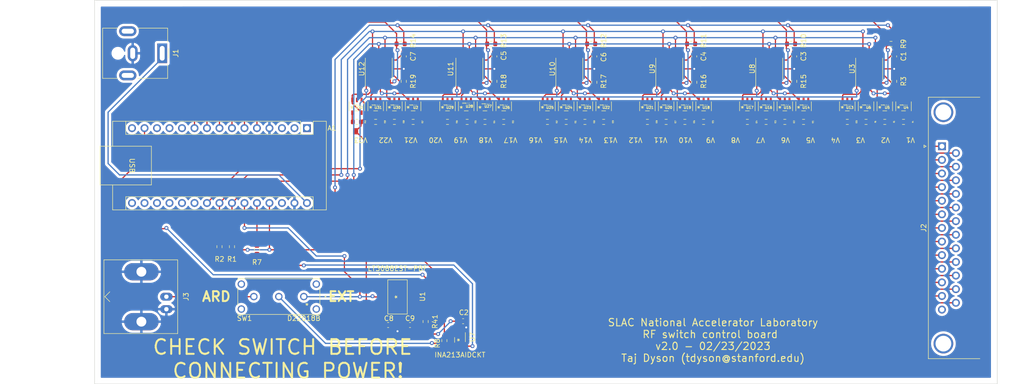
<source format=kicad_pcb>
(kicad_pcb (version 20211014) (generator pcbnew)
  (layers (0 "F.Cu" signal) (31 "B.Cu" signal) (34 "B.Paste" user) (35 "F.Paste" user) (36 "B.SilkS" user "B.Silkscreen") (37 "F.SilkS" user "F.Silkscreen") (38 "B.Mask" user) (39 "F.Mask" user) (44 "Edge.Cuts" user))
  (net 0 "")
  (net 4 "GND")
  (net 5 "Net-(A1-Pad5)")
  (net 6 "Net-(A1-Pad6)")
  (net 7 "Net-(A1-Pad7)")
  (net 8 "Net-(A1-Pad8)")
  (net 9 "Net-(A1-Pad9)")
  (net 20 "Net-(A1-Pad22)")
  (net 21 "Net-(A1-Pad23)")
  (net 22 "Net-(A1-Pad24)")
  (net 23 "Net-(A1-Pad25)")
  (net 25 "Net-(A1-Pad30)")
  (net 26 "Net-(C1-Pad2)")
  (net 27 "Net-(R3-Pad2)")
  (net 32 "Net-(R4-Pad1)")
  (net 37 "Net-(R5-Pad1)")
  (net 38 "Net-(R6-Pad1)")
  (net 39 "Net-(A1-Pad14)")
  (net 40 "Net-(R15-Pad2)")
  (net 41 "Net-(R16-Pad2)")
  (net 42 "Net-(R17-Pad2)")
  (net 43 "Net-(R18-Pad2)")
  (net 44 "Net-(R19-Pad2)")
  (net 45 "Net-(R20-Pad1)")
  (net 46 "Net-(R21-Pad1)")
  (net 47 "Net-(R22-Pad1)")
  (net 48 "Net-(R23-Pad1)")
  (net 49 "Net-(R24-Pad1)")
  (net 50 "Net-(R25-Pad1)")
  (net 51 "Net-(R26-Pad1)")
  (net 52 "Net-(R27-Pad1)")
  (net 53 "Net-(R28-Pad1)")
  (net 54 "Net-(R29-Pad1)")
  (net 55 "Net-(R30-Pad1)")
  (net 56 "Net-(R31-Pad1)")
  (net 57 "Net-(R32-Pad1)")
  (net 58 "Net-(R33-Pad1)")
  (net 59 "Net-(R34-Pad1)")
  (net 60 "Net-(R35-Pad1)")
  (net 61 "Net-(R36-Pad1)")
  (net 62 "Net-(R37-Pad1)")
  (net 63 "Net-(U13-Pad2)")
  (net 64 "Net-(U3-Pad7)")
  (net 65 "Net-(U14-Pad2)")
  (net 66 "Net-(U15-Pad2)")
  (net 67 "Net-(U17-Pad2)")
  (net 68 "Net-(U16-Pad2)")
  (net 73 "Net-(U18-Pad2)")
  (net 74 "Net-(U19-Pad2)")
  (net 75 "Net-(U21-Pad2)")
  (net 76 "Net-(U20-Pad2)")
  (net 81 "Net-(U10-Pad2)")
  (net 82 "Net-(U10-Pad4)")
  (net 83 "Net-(U10-Pad7)")
  (net 92 "Net-(U12-Pad2)")
  (net 93 "Net-(J2-Pad2)")
  (net 94 "Net-(J2-Pad12)")
  (net 95 "Net-(J2-Pad24)")
  (net 117 "Net-(A1-Pad27)")
  (net 118 "Net-(J2-Pad1)")
  (net 119 "Net-(J2-Pad25)")
  (net 120 "Net-(J2-Pad3)")
  (net 121 "Net-(J2-Pad4)")
  (net 122 "Net-(J2-Pad5)")
  (net 123 "Net-(J2-Pad6)")
  (net 124 "Net-(J2-Pad7)")
  (net 125 "Net-(J2-Pad8)")
  (net 126 "Net-(J2-Pad9)")
  (net 127 "Net-(J2-Pad10)")
  (net 128 "Net-(R38-Pad1)")
  (net 130 "Net-(J2-Pad11)")
  (net 131 "Net-(J2-Pad14)")
  (net 132 "Net-(J2-Pad15)")
  (net 133 "Net-(J2-Pad16)")
  (net 134 "Net-(J2-Pad17)")
  (net 135 "Net-(J2-Pad18)")
  (net 136 "Net-(J2-Pad19)")
  (net 137 "Net-(J2-Pad20)")
  (net 138 "Net-(J2-Pad21)")
  (net 139 "Net-(J2-Pad22)")
  (net 140 "Net-(R39-Pad1)")
  (net 141 "Net-(R40-Pad1)")
  (net 142 "Net-(J2-Pad23)")
  (net 143 "Net-(J3-Pad1)")
  (net 144 "Net-(R8-Pad1)")
  (net 145 "Net-(A1-Pad26)")
  (net 146 "Net-(R7-Pad1)")
  (net 147 "Net-(A1-Pad10)")
  (net 149 "Net-(U3-Pad4)")
  (net 150 "Net-(U3-Pad5)")
  (net 151 "Net-(U10-Pad5)")
  (net 152 "Net-(U11-Pad2)")
  (net 153 "Net-(U11-Pad4)")
  (net 154 "Net-(U11-Pad5)")
  (net 155 "Net-(U11-Pad7)")
  (net 156 "Net-(U12-Pad5)")
  (net 158 "Net-(U12-Pad4)")
  (net 159 "Net-(U12-Pad7)")
  (net 162 "Net-(C9-Pad1)")
  (footprint "Resistor_SMD:R_0603_1608Metric" (layer "F.Cu") (at 95.25 85.725 -90)
    (fp_text reference "R19")
    (fp_text value "0.5")
  )
  (footprint "SOT-753_1P6X2P9_ONS:SOT-753_1P6X2P9_ONS" (layer "F.Cu") (at 85.725 90.805 -90)
    (fp_text reference "U32")
    (fp_text value "SBE805-TL-E")
  )
  (footprint "Resistor_SMD:R_0603_1608Metric" (layer "F.Cu") (at 104.14 93.98)
    (fp_text reference "R36")
    (fp_text value "50")
  )
  (footprint "Resistor_SMD:R_0603_1608Metric" (layer "F.Cu") (at 57.785 119.38 -90)
    (fp_text reference "R2")
    (fp_text value "1k")
  )
  (footprint "Package_SO:TSSOP-16_4.4x5mm_P0.65mm" (layer "F.Cu") (at 169.545 83.185 90)
    (fp_text reference "U8")
    (fp_text value "DRV8847SPWR")
  )
  (footprint "Resistor_SMD:R_0603_1608Metric" (layer "F.Cu") (at 60.325 119.38 -90)
    (fp_text reference "R1")
    (fp_text value "1k")
  )
  (footprint "Capacitor_SMD:C_0603_1608Metric" (layer "F.Cu") (at 95.25 80.645 90)
    (fp_text reference "C7")
    (fp_text value "0.1u")
  )
  (footprint "SOT-753_1P6X2P9_ONS:SOT-753_1P6X2P9_ONS" (layer "F.Cu") (at 185.42 90.805 -90)
    (fp_text reference "U13")
    (fp_text value "SBE805-TL-E")
  )
  (footprint "Package_SO:TSSOP-16_4.4x5mm_P0.65mm" (layer "F.Cu") (at 128.905 83.185 90)
    (fp_text reference "U10")
    (fp_text value "DRV8847SPWR")
  )
  (footprint "Resistor_SMD:R_0603_1608Metric" (layer "F.Cu") (at 172.72 93.98)
    (fp_text reference "R22")
    (fp_text value "50")
  )
  (footprint "SOT-753_1P6X2P9_ONS:SOT-753_1P6X2P9_ONS" (layer "F.Cu") (at 152.4 90.805 -90)
    (fp_text reference "U19")
    (fp_text value "SBE805-TL-E")
  )
  (footprint "Capacitor_SMD:C_0603_1608Metric" (layer "F.Cu") (at 113.665 80.645 90)
    (fp_text reference "C5")
    (fp_text value "0.1u")
  )
  (footprint "myVaristor:AVX_0805" (layer "F.Cu") (at 190.119 95.885 180)
    (fp_text reference "V3")
    (fp_text value "VC080505A150DP")
  )
  (footprint "SOT-753_1P6X2P9_ONS:SOT-753_1P6X2P9_ONS" (layer "F.Cu") (at 115.57 90.805 -90)
    (fp_text reference "U26")
    (fp_text value "SBE805-TL-E")
  )
  (footprint "Resistor_SMD:R_0603_1608Metric" (layer "F.Cu") (at 165.1 93.98)
    (fp_text reference "R24")
    (fp_text value "50")
  )
  (footprint "Resistor_SMD:R_0603_1608Metric" (layer "F.Cu") (at 185.42 93.98)
    (fp_text reference "R20")
    (fp_text value "50")
  )
  (footprint "Resistor_SMD:R_0603_1608Metric" (layer "F.Cu") (at 108.14 93.98)
    (fp_text reference "R35")
    (fp_text value "50")
  )
  (footprint "Resistor_SMD:R_0603_1608Metric" (layer "F.Cu") (at 153.67 78.105 180)
    (fp_text reference "R11")
    (fp_text value "1k")
  )
  (footprint "Capacitor_SMD:C_0603_1608Metric" (layer "F.Cu") (at 92.075 135.325)
    (fp_text reference "C8")
    (fp_text value "0.1u")
  )
  (footprint "SOT-753_1P6X2P9_ONS:SOT-753_1P6X2P9_ONS" (layer "F.Cu") (at 196.85 90.805 -90)
    (fp_text reference "U4")
    (fp_text value "SBE805-TL-E")
  )
  (footprint "myVaristor:AVX_0805" (layer "F.Cu") (at 200.279 95.885 180)
    (fp_text reference "V1")
    (fp_text value "VC080505A150DP")
  )
  (footprint "Resistor_SMD:R_0603_1608Metric" (layer "F.Cu") (at 97.155 93.98)
    (fp_text reference "R37")
    (fp_text value "50")
  )
  (footprint "SOT-223_ST_LIT:SOT-223_ST_LIT" (layer "F.Cu") (at 93.98 129.61 -90)
    (fp_text reference "U1")
    (fp_text value "LT3088EST-PBF")
  )
  (footprint "Resistor_SMD:R_0603_1608Metric" (layer "F.Cu") (at 103.505 138.505001 90)
    (fp_text reference "R8")
    (fp_text value "0.1")
  )
  (footprint "myVaristor:AVX_0805" (layer "F.Cu") (at 129.159 95.885 180)
    (fp_text reference "V15")
    (fp_text value "VC080505A150DP")
  )
  (footprint "Resistor_SMD:R_0603_1608Metric" (layer "F.Cu") (at 133.35 78.105 180)
    (fp_text reference "R12")
    (fp_text value "1k")
  )
  (footprint "myVaristor:AVX_0805" (layer "F.Cu") (at 139.319 95.885 180)
    (fp_text reference "V13")
    (fp_text value "VC080505A150DP")
  )
  (footprint "myVaristor:AVX_0805" (layer "F.Cu") (at 195.199 95.885 180)
    (fp_text reference "V2")
    (fp_text value "VC080505A150DP")
  )
  (footprint "Resistor_SMD:R_0603_1608Metric" (layer "F.Cu") (at 173.99 78.105 180)
    (fp_text reference "R10")
    (fp_text value "1k")
  )
  (footprint "Resistor_SMD:R_0603_1608Metric" (layer "F.Cu") (at 113.665 85.725 -90)
    (fp_text reference "R18")
    (fp_text value "0.5")
  )
  (footprint "Connector_Dsub:DSUB-25_Female_Horizontal_P2.77x2.84mm_EdgePinOffset4.94mm_Housed_MountingHolesOffset7.48mm" (layer "F.Cu") (at 204.659669 98.945 90)
    (fp_text reference "J2")
    (fp_text value "DB25_Female_MountingHoles")
  )
  (footprint "SOT-753_1P6X2P9_ONS:SOT-753_1P6X2P9_ONS" (layer "F.Cu") (at 172.72 90.805 -90)
    (fp_text reference "U15")
    (fp_text value "SBE805-TL-E")
  )
  (footprint "Resistor_SMD:R_0603_1608Metric" (layer "F.Cu") (at 194.945 85.725 -90)
    (fp_text reference "R3")
    (fp_text value "0.5")
  )
  (footprint "Capacitor_SMD:C_0603_1608Metric" (layer "F.Cu") (at 174.625 80.645 90)
    (fp_text reference "C3")
    (fp_text value "0.1u")
  )
  (footprint "SOT-753_1P6X2P9_ONS:SOT-753_1P6X2P9_ONS" (layer "F.Cu") (at 128.27 90.805 -90)
    (fp_text reference "U24")
    (fp_text value "SBE805-TL-E")
  )
  (footprint "Resistor_SMD:R_0603_1608Metric" (layer "F.Cu") (at 135.89 93.98)
    (fp_text reference "R29")
    (fp_text value "50")
  )
  (footprint "myVaristor:AVX_0805" (layer "F.Cu") (at 103.759 95.885 180)
    (fp_text reference "V20")
    (fp_text value "VC080505A150DP")
  )
  (footprint "myVaristor:AVX_0805" (layer "F.Cu") (at 113.919 95.885 180)
    (fp_text reference "V18")
    (fp_text value "VC080505A150DP")
  )
  (footprint "Resistor_SMD:R_0603_1608Metric" (layer "F.Cu") (at 174.625 85.725 -90)
    (fp_text reference "R15")
    (fp_text value "0.5")
  )
  (footprint "myVaristor:AVX_0805" (layer "F.Cu") (at 134.239 95.885 180)
    (fp_text reference "V14")
    (fp_text value "VC080505A150DP")
  )
  (footprint "SOT-753_1P6X2P9_ONS:SOT-753_1P6X2P9_ONS" (layer "F.Cu") (at 89.535 90.805 -90)
    (fp_text reference "U31")
    (fp_text value "SBE805-TL-E")
  )
  (footprint "Package_SO:TSSOP-16_4.4x5mm_P0.65mm" (layer "F.Cu") (at 189.865 83.185 90)
    (fp_text reference "U3")
    (fp_text value "DRV8847SPWR")
  )
  (footprint "myVaristor:AVX_0805" (layer "F.Cu") (at 174.879 95.885 180)
    (fp_text reference "V6")
    (fp_text value "VC080505A150DP")
  )
  (footprint "myVaristor:AVX_0805" (layer "F.Cu") (at 88.519 95.885 180)
    (fp_text reference "V23")
    (fp_text value "VC080505A150DP")
  )
  (footprint "myVaristor:AVX_0805" (layer "F.Cu") (at 144.399 95.885 180)
    (fp_text reference "V12")
    (fp_text value "VC080505A150DP")
  )
  (footprint "Capacitor_SMD:C_0603_1608Metric" (layer "F.Cu") (at 96.52 135.325 180)
    (fp_text reference "C9")
    (fp_text value "100u")
  )
  (footprint "Resistor_SMD:R_0603_1608Metric" (layer "F.Cu") (at 85.725 93.98)
    (fp_text reference "R40")
    (fp_text value "50")
  )
  (footprint "myVaristor:AVX_0805" (layer "F.Cu") (at 164.719 95.885 180)
    (fp_text reference "V8")
    (fp_text value "VC080505A150DP")
  )
  (footprint "myVaristor:AVX_0805" (layer "F.Cu") (at 169.799 95.885 180)
    (fp_text reference "V7")
    (fp_text value "VC080505A150DP")
  )
  (footprint "Resistor_SMD:R_0603_1608Metric" (layer "F.Cu") (at 93.345 93.98)
    (fp_text reference "R38")
    (fp_text value "50")
  )
  (footprint "SOT-753_1P6X2P9_ONS:SOT-753_1P6X2P9_ONS" (layer "F.Cu") (at 104.14 90.805 -90)
    (fp_text reference "U29")
    (fp_text value "SBE805-TL-E")
  )
  (footprint "myVaristor:AVX_0805" (layer "F.Cu") (at 154.559 95.885 180)
    (fp_text reference "V10")
    (fp_text value "VC080505A150DP")
  )
  (footprint "Capacitor_SMD:C_0603_1608Metric" (layer "F.Cu") (at 107.315 134.55 180)
    (fp_text reference "C2")
    (fp_text value "0.1u")
  )
  (footprint "Resistor_SMD:R_0603_1608Metric" (layer "F.Cu") (at 196.85 93.98)
    (fp_text reference "R4")
    (fp_text value "50")
  )
  (footprint "SOT-753_1P6X2P9_ONS:SOT-753_1P6X2P9_ONS" (layer "F.Cu") (at 93.345 90.805 -90)
    (fp_text reference "U30")
    (fp_text value "SBE805-TL-E")
  )
  (footprint "SOT-753_1P6X2P9_ONS:SOT-753_1P6X2P9_ONS" (layer "F.Cu") (at 144.78 90.805 -90)
    (fp_text reference "U21")
    (fp_text value "SBE805-TL-E")
  )
  (footprint "Resistor_SMD:R_0603_1608Metric" (layer "F.Cu") (at 89.535 93.98)
    (fp_text reference "R39")
    (fp_text value "50")
  )
  (footprint "SOT-753_1P6X2P9_ONS:SOT-753_1P6X2P9_ONS" (layer "F.Cu") (at 148.59 90.805 -90)
    (fp_text reference "U20")
    (fp_text value "SBE805-TL-E")
  )
  (footprint "Resistor_SMD:R_0603_1608Metric" (layer "F.Cu") (at 168.91 93.98)
    (fp_text reference "R23")
    (fp_text value "50")
  )
  (footprint "SOT-753_1P6X2P9_ONS:SOT-753_1P6X2P9_ONS" (layer "F.Cu") (at 132.08 90.805 -90)
    (fp_text reference "U23")
    (fp_text value "SBE805-TL-E")
  )
  (footprint "Module:Arduino_Nano" (layer "F.Cu") (at 75.565 95.25 -90)
    (fp_text reference "A1")
    (fp_text value "Arduino_Nano_v3.x")
  )
  (footprint "SOT-753_1P6X2P9_ONS:SOT-753_1P6X2P9_ONS" (layer "F.Cu") (at 189.23 90.805 -90)
    (fp_text reference "U6")
    (fp_text value "SBE805-TL-E")
  )
  (footprint "SOT-753_1P6X2P9_ONS:SOT-753_1P6X2P9_ONS" (layer "F.Cu") (at 111.76 90.805 -90)
    (fp_text reference "U27")
    (fp_text value "SBE805-TL-E")
  )
  (footprint "Resistor_SMD:R_0603_1608Metric" (layer "F.Cu") (at 94.615 78.105 180)
    (fp_text reference "R14")
    (fp_text value "1k")
  )
  (footprint "Resistor_SMD:R_0603_1608Metric" (layer "F.Cu") (at 176.53 93.98)
    (fp_text reference "R21")
    (fp_text value "50")
  )
  (footprint "myVaristor:AVX_0805" (layer "F.Cu") (at 124.079 95.885 180)
    (fp_text reference "V16")
    (fp_text value "VC080505A150DP")
  )
  (footprint "Resistor_SMD:R_0603_1608Metric" (layer "F.Cu") (at 111.76 93.98)
    (fp_text reference "R34")
    (fp_text value "50")
  )
  (footprint "Resistor_SMD:R_0603_1608Metric" (layer "F.Cu") (at 124.46 93.98)
    (fp_text reference "R32")
    (fp_text value "50")
  )
  (footprint "Package_SO:TSSOP-16_4.4x5mm_P0.65mm" (layer "F.Cu") (at 149.225 83.185 90)
    (fp_text reference "U9")
    (fp_text value "DRV8847SPWR")
  )
  (footprint "myVaristor:AVX_0805" (layer "F.Cu") (at 149.479 95.885 180)
    (fp_text reference "V11")
    (fp_text value "VC080505A150DP")
  )
  (footprint "Resistor_SMD:R_0603_1608Metric" (layer "F.Cu") (at 65.405 120.015 90)
    (fp_text reference "R7")
    (fp_text value "100")
  )
  (footprint "Resistor_SMD:R_0603_1608Metric" (layer "F.Cu") (at 156.21 93.98)
    (fp_text reference "R25")
    (fp_text value "50")
  )
  (footprint "Resistor_SMD:R_0603_1608Metric" (layer "F.Cu") (at 113.03 78.105 180)
    (fp_text reference "R13")
    (fp_text value "1k")
  )
  (footprint "SOT-753_1P6X2P9_ONS:SOT-753_1P6X2P9_ONS" (layer "F.Cu") (at 135.89 90.805 -90)
    (fp_text reference "U22")
    (fp_text value "SBE805-TL-E")
  )
  (footprint "SOT-753_1P6X2P9_ONS:SOT-753_1P6X2P9_ONS" (layer "F.Cu") (at 176.53 90.805 -90)
    (fp_text reference "U14")
    (fp_text value "SBE805-TL-E")
  )
  (footprint "SOT-753_1P6X2P9_ONS:SOT-753_1P6X2P9_ONS" (layer "F.Cu") (at 107.95 90.805 -90)
    (fp_text reference "U28")
    (fp_text value "SBE805-TL-E")
  )
  (footprint "Resistor_SMD:R_0603_1608Metric" (layer "F.Cu") (at 152.4 93.98)
    (fp_text reference "R26")
    (fp_text value "50")
  )
  (footprint "SOT-753_1P6X2P9_ONS:SOT-753_1P6X2P9_ONS" (layer "F.Cu") (at 97.155 90.805 -90)
    (fp_text reference "U2")
    (fp_text value "SBE805-TL-E")
  )
  (footprint "myVaristor:AVX_0805" (layer "F.Cu") (at 108.839 95.885 180)
    (fp_text reference "V19")
    (fp_text value "VC080505A150DP")
  )
  (footprint "SOT-753_1P6X2P9_ONS:SOT-753_1P6X2P9_ONS" (layer "F.Cu") (at 165.1 90.805 -90)
    (fp_text reference "U17")
    (fp_text value "SBE805-TL-E")
  )
  (footprint "D22012_B_NKK:D22012_B_NKK" (layer "F.Cu") (at 74.93 129.54 180)
    (fp_text reference "SW1")
    (fp_text value "D22018B")
  )
  (footprint "Package_SO:TSSOP-16_4.4x5mm_P0.65mm" (layer "F.Cu") (at 90.17 83.185 90)
    (fp_text reference "U12")
    (fp_text value "DRV8847SPWR")
  )
  (footprint "Resistor_SMD:R_0603_1608Metric" (layer "F.Cu") (at 189.23 93.98)
    (fp_text reference "R6")
    (fp_text value "50")
  )
  (footprint "SOT-753_1P6X2P9_ONS:SOT-753_1P6X2P9_ONS" (layer "F.Cu") (at 193.04 90.805 -90)
    (fp_text reference "U5")
    (fp_text value "SBE805-TL-E")
  )
  (footprint "myVaristor:AVX_0805" (layer "F.Cu") (at 118.999 95.885 180)
    (fp_text reference "V17")
    (fp_text value "VC080505A150DP")
  )
  (footprint "Package_SO:TSSOP-16_4.4x5mm_P0.65mm" (layer "F.Cu") (at 108.585 83.185 90)
    (fp_text reference "U11")
    (fp_text value "DRV8847SPWR")
  )
  (footprint "myVaristor:AVX_0805" (layer "F.Cu") (at 98.679 95.885 180)
    (fp_text reference "V21")
    (fp_text value "VC080505A150DP")
  )
  (footprint "Capacitor_SMD:C_0603_1608Metric" (layer "F.Cu") (at 154.305 80.645 90)
    (fp_text reference "C4")
    (fp_text value "0.1u")
  )
  (footprint "Resistor_SMD:R_0603_1608Metric" (layer "F.Cu") (at 194.31 78.105 180)
    (fp_text reference "R9")
    (fp_text value "1k")
  )
  (footprint "SOT-753_1P6X2P9_ONS:SOT-753_1P6X2P9_ONS" (layer "F.Cu") (at 168.91 90.805 -90)
    (fp_text reference "U16")
    (fp_text value "SBE805-TL-E")
  )
  (footprint "myVaristor:AVX_0805" (layer "F.Cu") (at 93.599 95.885 180)
    (fp_text reference "V22")
    (fp_text value "VC080505A150DP")
  )
  (footprint "Connector_Coaxial:BNC_Amphenol_B6252HB-NPP3G-50_Horizontal" (layer "F.Cu") (at 46.99 129.563226 90)
    (fp_text reference "J3")
    (fp_text value "Conn_Coaxial_Power")
  )
  (footprint "Resistor_SMD:R_0603_1608Metric" (layer "F.Cu") (at 154.305 85.915 -90)
    (fp_text reference "R16")
    (fp_text value "0.5")
  )
  (footprint "DCK0006A_N:DCK0006A_N" (layer "F.Cu") (at 106.68 138.36 -90)
    (fp_text reference "U7")
    (fp_text value "INA213AIDCKT")
  )
  (footprint "Resistor_SMD:R_0603_1608Metric" (layer "F.Cu") (at 133.985 85.915 -90)
    (fp_text reference "R17")
    (fp_text value "0.5")
  )
  (footprint "myVaristor:AVX_0805" (layer "F.Cu") (at 159.639 95.885 180)
    (fp_text reference "V9")
    (fp_text value "VC080505A150DP")
  )
  (footprint "Resistor_SMD:R_0603_1608Metric" (layer "F.Cu") (at 128.27 93.98)
    (fp_text reference "R31")
    (fp_text value "50")
  )
  (footprint "Resistor_SMD:R_0603_1608Metric" (layer "F.Cu") (at 148.59 93.98)
    (fp_text reference "R27")
    (fp_text value "50")
  )
  (footprint "Capacitor_SMD:C_0603_1608Metric" (layer "F.Cu") (at 194.945 80.645 90)
    (fp_text reference "C1")
    (fp_text value "0.1u")
  )
  (footprint "SOT-753_1P6X2P9_ONS:SOT-753_1P6X2P9_ONS" (layer "F.Cu") (at 124.46 90.805 -90)
    (fp_text reference "U25")
    (fp_text value "SBE805-TL-E")
  )
  (footprint "Resistor_SMD:R_0603_1608Metric" (layer "F.Cu") (at 115.57 93.98)
    (fp_text reference "R33")
    (fp_text value "50")
  )
  (footprint "myVaristor:AVX_0805" (layer "F.Cu") (at 179.959 95.885 180)
    (fp_text reference "V5")
    (fp_text value "VC080505A150DP")
  )
  (footprint "myVaristor:AVX_0805" (layer "F.Cu") (at 185.039 95.885 180)
    (fp_text reference "V4")
    (fp_text value "VC080505A150DP")
  )
  (footprint "SOT-753_1P6X2P9_ONS:SOT-753_1P6X2P9_ONS" (layer "F.Cu") (at 156.21 90.805 -90)
    (fp_text reference "U18")
    (fp_text value "SBE805-TL-E")
  )
  (footprint "Capacitor_SMD:C_0603_1608Metric" (layer "F.Cu") (at 133.985 80.645 90)
    (fp_text reference "C6")
    (fp_text value "0.1u")
  )
  (footprint "Resistor_SMD:R_0603_1608Metric" (layer "F.Cu") (at 99.695 134.62 90)
    (fp_text reference "R41")
    (fp_text value "1k")
  )
  (footprint "Connector_BarrelJack:BarrelJack_CUI_PJ-063AH_Horizontal" (layer "F.Cu") (at 46.14 80.01 -90)
    (fp_text reference "J1")
    (fp_text value "Conn_Coaxial_Power")
  )
  (footprint "Resistor_SMD:R_0603_1608Metric" (layer "F.Cu") (at 144.78 93.98)
    (fp_text reference "R28")
    (fp_text value "50")
  )
  (footprint "Resistor_SMD:R_0603_1608Metric" (layer "F.Cu") (at 132.08 93.98)
    (fp_text reference "R30")
    (fp_text value "50")
  )
  (footprint "Resistor_SMD:R_0603_1608Metric" (layer "F.Cu") (at 193.04 93.98)
    (fp_text reference "R5")
    (fp_text value "50")
  )
  (gr_rect (start 215.9 69.215) (end 32.385 147.32) (layer "Edge.Cuts") (width 0.1) (fill none))
  (gr_text "SLAC National Accelerator Laboratory\nRF switch control board \nv2.0 - 02/23/2023\nTaj Dyson (tdyson@stanford.edu)" (at 158.115 138.43) (layer "F.SilkS") (effects (font (size 1.5 1.5) (thickness 0.2))))
  (gr_text "CHECK SWITCH BEFORE \nCONNECTING POWER!" (at 71.755 142.24) (layer "F.SilkS") (effects (font (size 3 3) (thickness 0.4))))
  (gr_text "ARD" (at 57.15 129.54) (layer "F.SilkS") (effects (font (size 2 2) (thickness 0.4))))
  (gr_text "EXT" (at 82.55 129.54) (layer "F.SilkS") (effects (font (size 2 2) (thickness 0.4))))
  (segment (start 113.665 81.42) (end 113.665 83.185) (width 0.25) (layer "F.Cu") (net 4))
  (segment (start 108.26 81.5975) (end 109.8475 83.185) (width 0.25) (layer "F.Cu") (net 4))
  (segment (start 106.68 137.235001) (end 106.68 136.455) (width 0.2) (layer "F.Cu") (net 4))
  (segment (start 107.95 135.82) (end 107.95 135.045) (width 0.2) (layer "F.Cu") (net 4))
  (segment (start 107.330001 137.235001) (end 107.330001 136.439999) (width 0.2) (layer "F.Cu") (net 4))
  (segment (start 91.44 83.185) (end 89.845 81.59) (width 0.25) (layer "F.Cu") (net 4))
  (segment (start 194.945 83.185) (end 191.135 83.185) (width 0.25) (layer "F.Cu") (net 4))
  (segment (start 154.305 84.9) (end 154.305 83.185) (width 0.25) (layer "F.Cu") (net 4))
  (segment (start 95.25 81.42) (end 95.25 83.185) (width 0.25) (layer "F.Cu") (net 4))
  (segment (start 95.57 135.325) (end 95.25 135.325) (width 0.25) (layer "F.Cu") (net 4))
  (segment (start 133.985 84.9) (end 133.985 83.185) (width 0.25) (layer "F.Cu") (net 4))
  (segment (start 95.25 135.325) (end 93.98 136.595) (width 0.25) (layer "F.Cu") (net 4))
  (segment (start 106.68 136.455) (end 107.315 136.455) (width 0.2) (layer "F.Cu") (net 4))
  (segment (start 174.625 81.42) (end 174.625 83.185) (width 0.25) (layer "F.Cu") (net 4))
  (segment (start 154.305 81.42) (end 154.305 83.185) (width 0.25) (layer "F.Cu") (net 4))
  (segment (start 194.945 84.9) (end 194.945 83.185) (width 0.25) (layer "F.Cu") (net 4))
  (segment (start 150.4875 83.185) (end 154.305 83.185) (width 0.25) (layer "F.Cu") (net 4))
  (segment (start 148.9 80.3225) (end 148.9 81.5975) (width 0.25) (layer "F.Cu") (net 4))
  (segment (start 170.8075 83.185) (end 174.625 83.185) (width 0.25) (layer "F.Cu") (net 4))
  (segment (start 109.8475 83.185) (end 113.665 83.185) (width 0.25) (layer "F.Cu") (net 4))
  (segment (start 108.26 80.3225) (end 108.26 81.5975) (width 0.25) (layer "F.Cu") (net 4))
  (segment (start 174.625 84.9) (end 174.625 83.185) (width 0.25) (layer "F.Cu") (net 4))
  (segment (start 95.25 84.9) (end 95.25 83.185) (width 0.25) (layer "F.Cu") (net 4))
  (segment (start 89.845 81.59) (end 89.845 80.3225) (width 0.25) (layer "F.Cu") (net 4))
  (segment (start 133.985 81.42) (end 133.985 83.185) (width 0.25) (layer "F.Cu") (net 4))
  (segment (start 169.22 80.3225) (end 169.22 81.5975) (width 0.25) (layer "F.Cu") (net 4))
  (segment (start 107.315 136.455) (end 107.95 135.82) (width 0.2) (layer "F.Cu") (net 4))
  (segment (start 189.54 81.59) (end 191.135 83.185) (width 0.25) (layer "F.Cu") (net 4))
  (segment (start 128.58 81.5975) (end 130.1675 83.185) (width 0.25) (layer "F.Cu") (net 4))
  (segment (start 92.85 135.325) (end 92.85 135.465) (width 0.25) (layer "F.Cu") (net 4))
  (segment (start 148.9 81.5975) (end 150.4875 83.185) (width 0.25) (layer "F.Cu") (net 4))
  (segment (start 92.85 135.465) (end 93.98 136.595) (width 0.25) (layer "F.Cu") (net 4))
  (segment (start 189.54 80.3225) (end 189.54 81.59) (width 0.25) (layer "F.Cu") (net 4))
  (segment (start 95.25 83.185) (end 91.44 83.185) (width 0.25) (layer "F.Cu") (net 4))
  (segment (start 169.22 81.5975) (end 170.8075 83.185) (width 0.25) (layer "F.Cu") (net 4))
  (segment (start 194.945 81.42) (end 194.945 83.185) (width 0.25) (layer "F.Cu") (net 4))
  (segment (start 130.1675 83.185) (end 133.985 83.185) (width 0.25) (layer "F.Cu") (net 4))
  (segment (start 128.58 80.3225) (end 128.58 81.5975) (width 0.25) (layer "F.Cu") (net 4))
  (segment (start 113.665 84.9) (end 113.665 83.185) (width 0.25) (layer "F.Cu") (net 4))
  (via (at 93.98 136.595) (size 0.8) (drill 0.4) (layers "F.Cu" "B.Cu") (net 4))
  (via (at 113.665 83.185) (size 0.8) (drill 0.4) (layers "F.Cu" "B.Cu") (net 4))
  (via (at 194.945 83.185) (size 0.8) (drill 0.4) (layers "F.Cu" "B.Cu") (net 4))
  (via (at 174.625 83.185) (size 0.8) (drill 0.4) (layers "F.Cu" "B.Cu") (net 4))
  (via (at 133.985 83.185) (size 0.8) (drill 0.4) (layers "F.Cu" "B.Cu") (net 4))
  (via (at 95.25 83.185) (size 0.8) (drill 0.4) (layers "F.Cu" "B.Cu") (net 4))
  (via (at 154.305 83.185) (size 0.8) (drill 0.4) (layers "F.Cu" "B.Cu") (net 4))
  (via (at 107.95 135.82) (size 0.8) (drill 0.4) (layers "F.Cu" "B.Cu") (net 4))
  (segment (start 65.405 89.568226) (end 65.405 95.25) (width 0.25) (layer "F.Cu") (net 5))
  (segment (start 93.79 78.105) (end 93.79 76.01) (width 0.25) (layer "F.Cu") (net 5))
  (segment (start 93.79 76.01) (end 91.44 73.66) (width 0.25) (layer "F.Cu") (net 5))
  (segment (start 93.79 78.105) (end 93.79 79.185) (width 0.25) (layer "F.Cu") (net 5))
  (segment (start 91.44 73.66) (end 81.313226 73.66) (width 0.25) (layer "F.Cu") (net 5))
  (segment (start 93.0225 86.0475) (end 92.445 86.0475) (width 0.25) (layer "F.Cu") (net 5))
  (segment (start 93.345 85.725) (end 93.0225 86.0475) (width 0.25) (layer "F.Cu") (net 5))
  (segment (start 81.313226 73.66) (end 65.405 89.568226) (width 0.25) (layer "F.Cu") (net 5))
  (segment (start 93.79 79.185) (end 93.98 79.375) (width 0.25) (layer "F.Cu") (net 5))
  (via (at 93.345 85.725) (size 0.8) (drill 0.4) (layers "F.Cu" "B.Cu") (net 5))
  (via (at 93.98 79.375) (size 0.8) (drill 0.4) (layers "F.Cu" "B.Cu") (net 5))
  (segment (start 93.98 79.375) (end 93.98 85.09) (width 0.25) (layer "B.Cu") (net 5))
  (segment (start 93.98 85.09) (end 93.345 85.725) (width 0.25) (layer "B.Cu") (net 5))
  (segment (start 79.408226 73.025) (end 109.855 73.025) (width 0.25) (layer "F.Cu") (net 6))
  (segment (start 110.862039 86.049539) (end 110.86 86.0475) (width 0.25) (layer "F.Cu") (net 6))
  (segment (start 62.865 89.568226) (end 79.408226 73.025) (width 0.25) (layer "F.Cu") (net 6))
  (segment (start 112.075 79.055) (end 112.395 79.375) (width 0.25) (layer "F.Cu") (net 6))
  (segment (start 109.855 73.025) (end 112.075 75.245) (width 0.25) (layer "F.Cu") (net 6))
  (segment (start 112.075 75.245) (end 112.075 79.055) (width 0.25) (layer "F.Cu") (net 6))
  (segment (start 62.865 95.25) (end 62.865 89.568226) (width 0.25) (layer "F.Cu") (net 6))
  (segment (start 112.070461 86.049539) (end 110.862039 86.049539) (width 0.25) (layer "F.Cu") (net 6))
  (via (at 112.395 79.375) (size 0.8) (drill 0.4) (layers "F.Cu" "B.Cu") (net 6))
  (via (at 112.070461 86.049539) (size 0.8) (drill 0.4) (layers "F.Cu" "B.Cu") (net 6))
  (segment (start 112.070461 86.049539) (end 112.395 85.725) (width 0.25) (layer "B.Cu") (net 6))
  (segment (start 112.395 85.725) (end 112.395 79.375) (width 0.25) (layer "B.Cu") (net 6))
  (segment (start 132.4375 78.105) (end 132.4375 79.0975) (width 0.25) (layer "F.Cu") (net 7))
  (segment (start 60.325 95.25) (end 60.325 89.568226) (width 0.25) (layer "F.Cu") (net 7))
  (segment (start 60.325 89.568226) (end 77.318226 72.575) (width 0.25) (layer "F.Cu") (net 7))
  (segment (start 131.182039 86.049539) (end 131.18 86.0475) (width 0.25) (layer "F.Cu") (net 7))
  (segment (start 132.4375 79.0975) (end 132.715 79.375) (width 0.25) (layer "F.Cu") (net 7))
  (segment (start 129.595 72.575) (end 132.395 75.375) (width 0.25) (layer "F.Cu") (net 7))
  (segment (start 77.318226 72.575) (end 129.595 72.575) (width 0.25) (layer "F.Cu") (net 7))
  (segment (start 132.395 75.375) (end 132.395 78.105) (width 0.25) (layer "F.Cu") (net 7))
  (segment (start 132.390461 86.049539) (end 131.182039 86.049539) (width 0.25) (layer "F.Cu") (net 7))
  (via (at 132.390461 86.049539) (size 0.8) (drill 0.4) (layers "F.Cu" "B.Cu") (net 7))
  (via (at 132.715 79.375) (size 0.8) (drill 0.4) (layers "F.Cu" "B.Cu") (net 7))
  (segment (start 132.390461 86.049539) (end 132.715 85.725) (width 0.25) (layer "B.Cu") (net 7))
  (segment (start 132.715 85.725) (end 132.715 79.375) (width 0.25) (layer "B.Cu") (net 7))
  (segment (start 57.785 89.568226) (end 75.228226 72.125) (width 0.25) (layer "F.Cu") (net 8))
  (segment (start 152.715 78.105) (end 152.715 79.055) (width 0.25) (layer "F.Cu") (net 8))
  (segment (start 149.275 72.125) (end 152.715 75.565) (width 0.25) (layer "F.Cu") (net 8))
  (segment (start 152.715 79.055) (end 153.035 79.375) (width 0.25) (layer "F.Cu") (net 8))
  (segment (start 57.785 95.25) (end 57.785 89.568226) (width 0.25) (layer "F.Cu") (net 8))
  (segment (start 151.502039 86.049539) (end 151.5 86.0475) (width 0.25) (layer "F.Cu") (net 8))
  (segment (start 152.715 75.565) (end 152.715 78.105) (width 0.25) (layer "F.Cu") (net 8))
  (segment (start 75.228226 72.125) (end 149.275 72.125) (width 0.25) (layer "F.Cu") (net 8))
  (segment (start 152.710461 86.049539) (end 151.502039 86.049539) (width 0.25) (layer "F.Cu") (net 8))
  (via (at 152.710461 86.049539) (size 0.8) (drill 0.4) (layers "F.Cu" "B.Cu") (net 8))
  (via (at 153.035 79.375) (size 0.8) (drill 0.4) (layers "F.Cu" "B.Cu") (net 8))
  (segment (start 152.710461 86.049539) (end 153.035 85.725) (width 0.25) (layer "B.Cu") (net 8))
  (segment (start 153.035 85.725) (end 153.035 79.375) (width 0.25) (layer "B.Cu") (net 8))
  (segment (start 55.245 95.25) (end 55.245 89.568226) (width 0.25) (layer "F.Cu") (net 9))
  (segment (start 169.431774 71.675) (end 173.035 75.278226) (width 0.25) (layer "F.Cu") (net 9))
  (segment (start 55.245 89.568226) (end 73.138226 71.675) (width 0.25) (layer "F.Cu") (net 9))
  (segment (start 173.030461 86.049539) (end 171.822039 86.049539) (width 0.25) (layer "F.Cu") (net 9))
  (segment (start 173.035 79.055) (end 173.355 79.375) (width 0.25) (layer "F.Cu") (net 9))
  (segment (start 73.138226 71.675) (end 169.431774 71.675) (width 0.25) (layer "F.Cu") (net 9))
  (segment (start 171.822039 86.049539) (end 171.82 86.0475) (width 0.25) (layer "F.Cu") (net 9))
  (segment (start 173.035 75.278226) (end 173.035 78.105) (width 0.25) (layer "F.Cu") (net 9))
  (segment (start 173.035 78.105) (end 173.035 79.055) (width 0.25) (layer "F.Cu") (net 9))
  (via (at 173.355 79.375) (size 0.8) (drill 0.4) (layers "F.Cu" "B.Cu") (net 9))
  (via (at 173.030461 86.049539) (size 0.8) (drill 0.4) (layers "F.Cu" "B.Cu") (net 9))
  (segment (start 173.355 85.725) (end 173.355 79.375) (width 0.25) (layer "B.Cu") (net 9))
  (segment (start 173.030461 86.049539) (end 173.355 85.725) (width 0.25) (layer "B.Cu") (net 9))
  (segment (start 146.95 86.095) (end 146.685 86.36) (width 0.25) (layer "F.Cu") (net 20))
  (segment (start 62.23 103.505) (end 55.245 110.49) (width 0.25) (layer "F.Cu") (net 20))
  (segment (start 87.63 87.63) (end 87.63 86.3125) (width 0.25) (layer "F.Cu") (net 20))
  (segment (start 106.045 86.36) (end 106.045 87.63) (width 0.25) (layer "F.Cu") (net 20))
  (segment (start 146.685 86.36) (end 146.685 87.63) (width 0.25) (layer "F.Cu") (net 20))
  (segment (start 126.63 86.095) (end 126.365 86.36) (width 0.25) (layer "F.Cu") (net 20))
  (segment (start 106.31 86.095) (end 106.045 86.36) (width 0.25) (layer "F.Cu") (net 20))
  (segment (start 187.325 86.3125) (end 187.59 86.0475) (width 0.25) (layer "F.Cu") (net 20))
  (segment (start 86.36 103.505) (end 62.23 103.505) (width 0.25) (layer "F.Cu") (net 20))
  (segment (start 167.005 86.36) (end 167.005 87.63) (width 0.25) (layer "F.Cu") (net 20))
  (segment (start 126.365 86.36) (end 126.365 87.63) (width 0.25) (layer "F.Cu") (net 20))
  (segment (start 126.63 86.0475) (end 126.63 86.095) (width 0.25) (layer "F.Cu") (net 20))
  (segment (start 187.325 87.63) (end 187.325 86.3125) (width 0.25) (layer "F.Cu") (net 20))
  (segment (start 167.27 86.095) (end 167.005 86.36) (width 0.25) (layer "F.Cu") (net 20))
  (segment (start 167.27 86.0475) (end 167.27 86.095) (width 0.25) (layer "F.Cu") (net 20))
  (segment (start 87.63 86.3125) (end 87.895 86.0475) (width 0.25) (layer "F.Cu") (net 20))
  (segment (start 146.95 86.0475) (end 146.95 86.095) (width 0.25) (layer "F.Cu") (net 20))
  (segment (start 106.31 86.0475) (end 106.31 86.095) (width 0.25) (layer "F.Cu") (net 20))
  (via (at 126.365 87.63) (size 0.8) (drill 0.4) (layers "F.Cu" "B.Cu") (net 20))
  (via (at 87.63 87.63) (size 0.8) (drill 0.4) (layers "F.Cu" "B.Cu") (net 20))
  (via (at 86.36 103.505) (size 0.8) (drill 0.4) (layers "F.Cu" "B.Cu") (net 20))
  (via (at 106.045 87.63) (size 0.8) (drill 0.4) (layers "F.Cu" "B.Cu") (net 20))
  (via (at 146.685 87.63) (size 0.8) (drill 0.4) (layers "F.Cu" "B.Cu") (net 20))
  (via (at 187.325 87.63) (size 0.8) (drill 0.4) (layers "F.Cu" "B.Cu") (net 20))
  (via (at 167.005 87.63) (size 0.8) (drill 0.4) (layers "F.Cu" "B.Cu") (net 20))
  (segment (start 106.045 87.63) (end 106.045 88.9) (width 0.25) (layer "B.Cu") (net 20))
  (segment (start 146.685 87.63) (end 146.685 88.9) (width 0.25) (layer "B.Cu") (net 20))
  (segment (start 86.36 103.505) (end 86.36 90.17) (width 0.25) (layer "B.Cu") (net 20))
  (segment (start 187.325 88.9) (end 187.325 87.63) (width 0.25) (layer "B.Cu") (net 20))
  (segment (start 167.64 88.9) (end 167.005 88.9) (width 0.25) (layer "B.Cu") (net 20))
  (segment (start 167.005 87.63) (end 167.005 88.9) (width 0.25) (layer "B.Cu") (net 20))
  (segment (start 86.36 90.17) (end 87.63 88.9) (width 0.25) (layer "B.Cu") (net 20))
  (segment (start 87.63 88.9) (end 89.535 88.9) (width 0.25) (layer "B.Cu") (net 20))
  (segment (start 89.535 88.9) (end 175.26 88.9) (width 0.25) (layer "B.Cu") (net 20))
  (segment (start 87.63 87.63) (end 87.63 88.9) (width 0.25) (layer "B.Cu") (net 20))
  (segment (start 126.365 87.63) (end 126.365 88.9) (width 0.25) (layer "B.Cu") (net 20))
  (segment (start 175.26 88.9) (end 187.325 88.9) (width 0.25) (layer "B.Cu") (net 20))
  (segment (start 88.9 78.74) (end 88.9 75.565) (width 0.25) (layer "F.Cu") (net 21))
  (segment (start 147.955 78.74) (end 147.955 75.565) (width 0.25) (layer "F.Cu") (net 21))
  (segment (start 188.89 79.035) (end 188.595 78.74) (width 0.25) (layer "F.Cu") (net 21))
  (segment (start 89.195 80.3225) (end 89.195 79.035) (width 0.25) (layer "F.Cu") (net 21))
  (segment (start 148.25 79.035) (end 147.955 78.74) (width 0.25) (layer "F.Cu") (net 21))
  (segment (start 148.25 80.3225) (end 148.25 79.035) (width 0.25) (layer "F.Cu") (net 21))
  (segment (start 63.5 104.775) (end 82.55 104.775) (width 0.25) (layer "F.Cu") (net 21))
  (segment (start 188.89 80.3225) (end 188.89 79.035) (width 0.25) (layer "F.Cu") (net 21))
  (segment (start 107.315 78.74) (end 107.315 75.565) (width 0.25) (layer "F.Cu") (net 21))
  (segment (start 168.57 80.3225) (end 168.57 79.035) (width 0.25) (layer "F.Cu") (net 21))
  (segment (start 127.93 80.3225) (end 127.93 79.035) (width 0.25) (layer "F.Cu") (net 21))
  (segment (start 127.635 78.74) (end 127.635 75.565) (width 0.25) (layer "F.Cu") (net 21))
  (segment (start 107.61 80.3225) (end 107.61 79.035) (width 0.25) (layer "F.Cu") (net 21))
  (segment (start 107.61 79.035) (end 107.315 78.74) (width 0.25) (layer "F.Cu") (net 21))
  (segment (start 127.93 79.035) (end 127.635 78.74) (width 0.25) (layer "F.Cu") (net 21))
  (segment (start 168.275 78.74) (end 168.275 75.565) (width 0.25) (layer "F.Cu") (net 21))
  (segment (start 57.785 110.49) (end 63.5 104.775) (width 0.25) (layer "F.Cu") (net 21))
  (segment (start 89.195 79.035) (end 88.9 78.74) (width 0.25) (layer "F.Cu") (net 21))
  (segment (start 188.595 78.74) (end 188.595 75.565) (width 0.25) (layer "F.Cu") (net 21))
  (segment (start 57.785 110.49) (end 57.785 118.555) (width 0.25) (layer "F.Cu") (net 21))
  (segment (start 168.57 79.035) (end 168.275 78.74) (width 0.25) (layer "F.Cu") (net 21))
  (via (at 188.595 75.565) (size 0.8) (drill 0.4) (layers "F.Cu" "B.Cu") (net 21))
  (via (at 88.9 75.565) (size 0.8) (drill 0.4) (layers "F.Cu" "B.Cu") (net 21))
  (via (at 168.275 75.565) (size 0.8) (drill 0.4) (layers "F.Cu" "B.Cu") (net 21))
  (via (at 82.55 104.775) (size 0.8) (drill 0.4) (layers "F.Cu" "B.Cu") (net 21))
  (via (at 127.635 75.565) (size 0.8) (drill 0.4) (layers "F.Cu" "B.Cu") (net 21))
  (via (at 147.955 75.565) (size 0.8) (drill 0.4) (layers "F.Cu" "B.Cu") (net 21))
  (via (at 107.315 75.565) (size 0.8) (drill 0.4) (layers "F.Cu" "B.Cu") (net 21))
  (segment (start 82.55 104.775) (end 82.55 81.28) (width 0.25) (layer "B.Cu") (net 21))
  (segment (start 82.55 81.28) (end 88.265 75.565) (width 0.25) (layer "B.Cu") (net 21))
  (segment (start 88.265 75.565) (end 188.595 75.565) (width 0.25) (layer "B.Cu") (net 21))
  (segment (start 170.52 80.3225) (end 170.52 79.035) (width 0.25) (layer "F.Cu") (net 22))
  (segment (start 64.77 106.045) (end 83.185 106.045) (width 0.25) (layer "F.Cu") (net 22))
  (segment (start 60.325 110.49) (end 60.325 118.555) (width 0.25) (layer "F.Cu") (net 22))
  (segment (start 150.495 78.74) (end 150.495 76.835) (width 0.25) (layer "F.Cu") (net 22))
  (segment (start 129.88 79.035) (end 130.175 78.74) (width 0.25) (layer "F.Cu") (net 22))
  (segment (start 83.185 106.045) (end 83.82 105.41) (width 0.25) (layer "F.Cu") (net 22))
  (segment (start 129.88 80.3225) (end 129.88 79.035) (width 0.25) (layer "F.Cu") (net 22))
  (segment (start 190.84 79.08) (end 190.84 80.3225) (width 0.25) (layer "F.Cu") (net 22))
  (segment (start 60.325 110.49) (end 64.77 106.045) (width 0.25) (layer "F.Cu") (net 22))
  (segment (start 191.135 78.785) (end 190.84 79.08) (width 0.25) (layer "F.Cu") (net 22))
  (segment (start 191.135 76.835) (end 191.135 78.785) (width 0.25) (layer "F.Cu") (net 22))
  (segment (start 170.52 79.035) (end 170.815 78.74) (width 0.25) (layer "F.Cu") (net 22))
  (segment (start 130.175 78.74) (end 130.175 76.835) (width 0.25) (layer "F.Cu") (net 22))
  (segment (start 109.56 80.3225) (end 109.56 79.035) (width 0.25) (layer "F.Cu") (net 22))
  (segment (start 83.82 105.41) (end 83.82 104.775) (width 0.25) (layer "F.Cu") (net 22))
  (segment (start 109.855 78.74) (end 109.855 76.835) (width 0.25) (layer "F.Cu") (net 22))
  (segment (start 170.815 78.74) (end 170.815 76.835) (width 0.25) (layer "F.Cu") (net 22))
  (segment (start 91.145 80.3225) (end 91.145 79.035) (width 0.25) (layer "F.Cu") (net 22))
  (segment (start 150.2 79.035) (end 150.495 78.74) (width 0.25) (layer "F.Cu") (net 22))
  (segment (start 109.56 79.035) (end 109.855 78.74) (width 0.25) (layer "F.Cu") (net 22))
  (segment (start 91.44 78.74) (end 91.44 76.835) (width 0.25) (layer "F.Cu") (net 22))
  (segment (start 150.2 80.3225) (end 150.2 79.035) (width 0.25) (layer "F.Cu") (net 22))
  (segment (start 91.145 79.035) (end 91.44 78.74) (width 0.25) (layer "F.Cu") (net 22))
  (via (at 83.82 104.775) (size 0.8) (drill 0.4) (layers "F.Cu" "B.Cu") (net 22))
  (via (at 91.44 76.835) (size 0.8) (drill 0.4) (layers "F.Cu" "B.Cu") (net 22))
  (via (at 150.495 76.835) (size 0.8) (drill 0.4) (layers "F.Cu" "B.Cu") (net 22))
  (via (at 191.135 76.835) (size 0.8) (drill 0.4) (layers "F.Cu" "B.Cu") (net 22))
  (via (at 130.175 76.835) (size 0.8) (drill 0.4) (layers "F.Cu" "B.Cu") (net 22))
  (via (at 170.815 76.835) (size 0.8) (drill 0.4) (layers "F.Cu" "B.Cu") (net 22))
  (via (at 109.855 76.835) (size 0.8) (drill 0.4) (layers "F.Cu" "B.Cu") (net 22))
  (segment (start 88.265 76.835) (end 191.135 76.835) (width 0.25) (layer "B.Cu") (net 22))
  (segment (start 83.82 81.28) (end 88.265 76.835) (width 0.25) (layer "B.Cu") (net 22))
  (segment (start 83.82 104.775) (end 83.82 81.28) (width 0.25) (layer "B.Cu") (net 22))
  (segment (start 86.336774 129.563226) (end 86.336774 127.611774) (width 0.25) (layer "F.Cu") (net 23))
  (segment (start 62.865 115.57) (end 62.865 110.49) (width 0.25) (layer "F.Cu") (net 23))
  (segment (start 89.04 129.61) (end 88.9 129.47) (width 0.25) (layer "F.Cu") (net 23))
  (segment (start 86.336774 127.611774) (end 83.185 124.46) (width 0.25) (layer "F.Cu") (net 23))
  (segment (start 83.185 124.46) (end 83.185 121.285) (width 0.25) (layer "F.Cu") (net 23))
  (segment (start 90.4875 129.61) (end 89.04 129.61) (width 0.25) (layer "F.Cu") (net 23))
  (via (at 86.336774 129.563226) (size 0.8) (drill 0.4) (layers "F.Cu" "B.Cu") (net 23))
  (via (at 62.865 115.57) (size 0.8) (drill 0.4) (layers "F.Cu" "B.Cu") (net 23))
  (via (at 88.9 129.47) (size 0.8) (drill 0.4) (layers "F.Cu" "B.Cu") (net 23))
  (via (at 83.185 121.285) (size 0.8) (drill 0.4) (layers "F.Cu" "B.Cu") (net 23))
  (segment (start 88.9 129.47) (end 88.806774 129.563226) (width 0.25) (layer "B.Cu") (net 23))
  (segment (start 72.39 116.205) (end 71.755 115.57) (width 0.25) (layer "B.Cu") (net 23))
  (segment (start 71.755 115.57) (end 62.865 115.57) (width 0.25) (layer "B.Cu") (net 23))
  (segment (start 88.806774 129.563226) (end 83.161774 129.563226) (width 0.25) (layer "B.Cu") (net 23))
  (segment (start 83.161774 129.563226) (end 74.93 129.563226) (width 0.25) (layer "B.Cu") (net 23))
  (segment (start 83.161774 129.563226) (end 86.336774 129.563226) (width 0.25) (layer "B.Cu") (net 23))
  (segment (start 83.185 121.285) (end 77.47 121.285) (width 0.25) (layer "B.Cu") (net 23))
  (segment (start 77.47 121.285) (end 72.39 116.205) (width 0.25) (layer "B.Cu") (net 23))
  (segment (start 35.14 102.45) (end 35.14 92.01) (width 0.25) (layer "B.Cu") (net 25))
  (segment (start 35.14 102.45) (end 37.465 104.775) (width 0.25) (layer "B.Cu") (net 25))
  (segment (start 69.85 104.775) (end 75.565 110.49) (width 0.25) (layer "B.Cu") (net 25))
  (segment (start 37.465 104.775) (end 69.85 104.775) (width 0.25) (layer "B.Cu") (net 25))
  (segment (start 35.14 92.01) (end 46.14 81.01) (width 0.25) (layer "B.Cu") (net 25))
  (segment (start 46.14 81.01) (end 46.14 80.01) (width 0.25) (layer "B.Cu") (net 25))
  (segment (start 85.09 107.95) (end 85.09 104.775) (width 0.25) (layer "F.Cu") (net 26))
  (segment (start 106.68 138.810002) (end 105.854999 137.985001) (width 0.25) (layer "F.Cu") (net 26))
  (segment (start 103.81 137.985001) (end 103.505 137.680001) (width 0.25) (layer "F.Cu") (net 26))
  (segment (start 113.665 79.87) (end 112.15 81.385) (width 0.25) (layer "F.Cu") (net 26))
  (segment (start 190.19 80.3225) (end 190.19 81.011041) (width 0.25) (layer "F.Cu") (net 26))
  (segment (start 174.625 79.87) (end 173.11 81.385) (width 0.25) (layer "F.Cu") (net 26))
  (segment (start 173.11 81.385) (end 170.243959 81.385) (width 0.25) (layer "F.Cu") (net 26))
  (segment (start 103.505 126.365) (end 85.09 107.95) (width 0.25) (layer "F.Cu") (net 26))
  (segment (start 90.495 79.633959) (end 90.17 79.308959) (width 0.25) (layer "F.Cu") (net 26))
  (segment (start 190.19 81.011041) (end 190.563959 81.385) (width 0.25) (layer "F.Cu") (net 26))
  (segment (start 133.985 79.87) (end 132.47 81.385) (width 0.25) (layer "F.Cu") (net 26))
  (segment (start 108.585 79.275) (end 108.585 78.105) (width 0.25) (layer "F.Cu") (net 26))
  (segment (start 152.79 81.385) (end 149.923959 81.385) (width 0.25) (layer "F.Cu") (net 26))
  (segment (start 129.23 81.011041) (end 129.23 80.3225) (width 0.25) (layer "F.Cu") (net 26))
  (segment (start 105.854999 137.985001) (end 103.81 137.985001) (width 0.25) (layer "F.Cu") (net 26))
  (segment (start 128.905 79.275) (end 128.905 78.105) (width 0.25) (layer "F.Cu") (net 26))
  (segment (start 103.505 137.680001) (end 103.505 126.365) (width 0.25) (layer "F.Cu") (net 26))
  (segment (start 129.603959 81.385) (end 129.23 81.011041) (width 0.25) (layer "F.Cu") (net 26))
  (segment (start 149.923959 81.385) (end 149.55 81.011041) (width 0.25) (layer "F.Cu") (net 26))
  (segment (start 193.43 81.385) (end 194.945 79.87) (width 0.25) (layer "F.Cu") (net 26))
  (segment (start 149.55 79.6) (end 149.225 79.275) (width 0.25) (layer "F.Cu") (net 26))
  (segment (start 129.23 79.6) (end 128.905 79.275) (width 0.25) (layer "F.Cu") (net 26))
  (segment (start 90.17 79.308959) (end 90.17 78.105) (width 0.25) (layer "F.Cu") (net 26))
  (segment (start 90.495 81.011041) (end 90.868959 81.385) (width 0.25) (layer "F.Cu") (net 26))
  (segment (start 189.865 78.132428) (end 189.865 79.275) (width 0.25) (layer "F.Cu") (net 26))
  (segment (start 169.87 79.6) (end 169.545 79.275) (width 0.25) (layer "F.Cu") (net 26))
  (segment (start 93.735 81.385) (end 95.25 79.87) (width 0.25) (layer "F.Cu") (net 26))
  (segment (start 132.47 81.385) (end 129.603959 81.385) (width 0.25) (layer "F.Cu") (net 26))
  (segment (start 190.19 79.6) (end 190.19 80.3225) (width 0.25) (layer "F.Cu") (net 26))
  (segment (start 90.868959 81.385) (end 93.735 81.385) (width 0.25) (layer "F.Cu") (net 26))
  (segment (start 169.545 79.275) (end 169.545 78.105) (width 0.25) (layer "F.Cu") (net 26))
  (segment (start 109.283959 81.385) (end 108.91 81.011041) (width 0.25) (layer "F.Cu") (net 26))
  (segment (start 169.87 81.011041) (end 169.87 80.3225) (width 0.25) (layer "F.Cu") (net 26))
  (segment (start 108.91 81.011041) (end 108.91 80.3225) (width 0.25) (layer "F.Cu") (net 26))
  (segment (start 149.225 79.275) (end 149.225 78.105) (width 0.25) (layer "F.Cu") (net 26))
  (segment (start 169.87 80.3225) (end 169.87 79.6) (width 0.25) (layer "F.Cu") (net 26))
  (segment (start 149.55 80.3225) (end 149.55 79.6) (width 0.25) (layer "F.Cu") (net 26))
  (segment (start 112.15 81.385) (end 109.283959 81.385) (width 0.25) (layer "F.Cu") (net 26))
  (segment (start 190.563959 81.385) (end 193.43 81.385) (width 0.25) (layer "F.Cu") (net 26))
  (segment (start 90.495 80.3225) (end 90.495 81.011041) (width 0.25) (layer "F.Cu") (net 26))
  (segment (start 154.305 79.87) (end 152.79 81.385) (width 0.25) (layer "F.Cu") (net 26))
  (segment (start 170.243959 81.385) (end 169.87 81.011041) (width 0.25) (layer "F.Cu") (net 26))
  (segment (start 129.23 80.3225) (end 129.23 79.6) (width 0.25) (layer "F.Cu") (net 26))
  (segment (start 90.495 80.3225) (end 90.495 79.633959) (width 0.25) (layer "F.Cu") (net 26))
  (segment (start 108.91 79.6) (end 108.585 79.275) (width 0.25) (layer "F.Cu") (net 26))
  (segment (start 106.68 139.485002) (end 106.68 138.810002) (width 0.25) (layer "F.Cu") (net 26))
  (segment (start 149.55 81.011041) (end 149.55 80.3225) (width 0.25) (layer "F.Cu") (net 26))
  (segment (start 189.865 79.275) (end 190.19 79.6) (width 0.25) (layer "F.Cu") (net 26))
  (segment (start 108.91 80.3225) (end 108.91 79.6) (width 0.25) (layer "F.Cu") (net 26))
  (via (at 189.865 78.132428) (size 0.8) (drill 0.4) (layers "F.Cu" "B.Cu") (net 26))
  (via (at 128.905 78.105) (size 0.8) (drill 0.4) (layers "F.Cu" "B.Cu") (net 26))
  (via (at 149.225 78.105) (size 0.8) (drill 0.4) (layers "F.Cu" "B.Cu") (net 26))
  (via (at 169.545 78.105) (size 0.8) (drill 0.4) (layers "F.Cu" "B.Cu") (net 26))
  (via (at 90.17 78.105) (size 0.8) (drill 0.4) (layers "F.Cu" "B.Cu") (net 26))
  (via (at 85.09 104.775) (size 0.8) (drill 0.4) (layers "F.Cu" "B.Cu") (net 26))
  (via (at 108.585 78.105) (size 0.8) (drill 0.4) (layers "F.Cu" "B.Cu") (net 26))
  (segment (start 189.837572 78.105) (end 88.265 78.105) (width 0.25) (layer "B.Cu") (net 26))
  (segment (start 85.09 81.28) (end 85.09 104.775) (width 0.25) (layer "B.Cu") (net 26))
  (segment (start 88.265 78.105) (end 85.09 81.28) (width 0.25) (layer "B.Cu") (net 26))
  (segment (start 189.865 78.132428) (end 189.837572 78.105) (width 0.25) (layer "B.Cu") (net 26))
  (segment (start 188.89 84.795) (end 188.89 86.0475) (width 0.25) (layer "F.Cu") (net 27))
  (segment (start 192.85 84.455) (end 191.135 84.455) (width 0.25) (layer "F.Cu") (net 27))
  (segment (start 190.84 84.75) (end 191.135 84.455) (width 0.25) (layer "F.Cu") (net 27))
  (segment (start 191.135 84.455) (end 189.23 84.455) (width 0.25) (layer "F.Cu") (net 27))
  (segment (start 190.84 86.0475) (end 190.84 84.75) (width 0.25) (layer "F.Cu") (net 27))
  (segment (start 194.945 86.55) (end 192.85 84.455) (width 0.25) (layer "F.Cu") (net 27))
  (segment (start 189.23 84.455) (end 188.89 84.795) (width 0.25) (layer "F.Cu") (net 27))
  (segment (start 195.899999 92.1004) (end 195.899999 93.854999) (width 0.25) (layer "F.Cu") (net 32))
  (segment (start 195.899999 93.854999) (end 196.025 93.98) (width 0.25) (layer "F.Cu") (net 32))
  (segment (start 192.089999 92.1004) (end 192.089999 93.854999) (width 0.25) (layer "F.Cu") (net 37))
  (segment (start 188.279999 92.1004) (end 188.279999 93.854999) (width 0.25) (layer "F.Cu") (net 38))
  (segment (start 35.56 112.395) (end 35.56 107.96) (width 0.25) (layer "F.Cu") (net 39))
  (segment (start 46.845 115.715) (end 38.88 115.715) (width 0.25) (layer "F.Cu") (net 39))
  (segment (start 46.99 115.57) (end 46.845 115.715) (width 0.25) (layer "F.Cu") (net 39))
  (segment (start 99.695 125.73) (end 99.06 125.095) (width 0.25) (layer "F.Cu") (net 39))
  (segment (start 99.695 133.795) (end 99.695 125.73) (width 0.25) (layer "F.Cu") (net 39))
  (segment (start 38.88 115.715) (end 35.56 112.395) (width 0.25) (layer "F.Cu") (net 39))
  (segment (start 42.545 100.975) (end 42.545 95.25) (width 0.25) (layer "F.Cu") (net 39))
  (segment (start 35.56 107.96) (end 42.545 100.975) (width 0.25) (layer "F.Cu") (net 39))
  (via (at 99.06 125.095) (size 0.8) (drill 0.4) (layers "F.Cu" "B.Cu") (net 39))
  (via (at 46.99 115.57) (size 0.8) (drill 0.4) (layers "F.Cu" "B.Cu") (net 39))
  (segment (start 99.06 125.095) (end 56.515 125.095) (width 0.25) (layer "B.Cu") (net 39))
  (segment (start 56.515 125.095) (end 46.99 115.57) (width 0.25) (layer "B.Cu") (net 39))
  (segment (start 172.46052 84.455) (end 168.91 84.455) (width 0.25) (layer "F.Cu") (net 40))
  (segment (start 170.52 86.0475) (end 170.52 84.75) (width 0.25) (layer "F.Cu") (net 40))
  (segment (start 174.625 86.55) (end 174.55552 86.55) (width 0.25) (layer "F.Cu") (net 40))
  (segment (start 168.57 84.795) (end 168.57 86.0475) (width 0.25) (layer "F.Cu") (net 40))
  (segment (start 174.55552 86.55) (end 172.46052 84.455) (width 0.25) (layer "F.Cu") (net 40))
  (segment (start 170.52 84.75) (end 170.815 84.455) (width 0.25) (layer "F.Cu") (net 40))
  (segment (start 168.91 84.455) (end 168.57 84.795) (width 0.25) (layer "F.Cu") (net 40))
  (segment (start 150.2 86.0475) (end 150.2 84.75) (width 0.25) (layer "F.Cu") (net 41))
  (segment (start 154.23552 86.55) (end 152.14052 84.455) (width 0.25) (layer "F.Cu") (net 41))
  (segment (start 148.59 84.455) (end 148.25 84.795) (width 0.25) (layer "F.Cu") (net 41))
  (segment (start 150.2 84.75) (end 150.495 84.455) (width 0.25) (layer "F.Cu") (net 41))
  (segment (start 148.25 84.795) (end 148.25 86.0475) (width 0.25) (layer "F.Cu") (net 41))
  (segment (start 154.305 86.55) (end 154.23552 86.55) (width 0.25) (layer "F.Cu") (net 41))
  (segment (start 152.14052 84.455) (end 148.59 84.455) (width 0.25) (layer "F.Cu") (net 41))
  (segment (start 131.82052 84.455) (end 128.27 84.455) (width 0.25) (layer "F.Cu") (net 42))
  (segment (start 127.93 84.795) (end 127.93 86.0475) (width 0.25) (layer "F.Cu") (net 42))
  (segment (start 129.88 84.75) (end 130.175 84.455) (width 0.25) (layer "F.Cu") (net 42))
  (segment (start 129.88 86.0475) (end 129.88 84.75) (width 0.25) (layer "F.Cu") (net 42))
  (segment (start 128.27 84.455) (end 127.93 84.795) (width 0.25) (layer "F.Cu") (net 42))
  (segment (start 133.91552 86.55) (end 131.82052 84.455) (width 0.25) (layer "F.Cu") (net 42))
  (segment (start 133.985 86.55) (end 133.91552 86.55) (width 0.25) (layer "F.Cu") (net 42))
  (segment (start 107.61 84.795) (end 107.61 86.0475) (width 0.25) (layer "F.Cu") (net 43))
  (segment (start 111.50052 84.455) (end 107.95 84.455) (width 0.25) (layer "F.Cu") (net 43))
  (segment (start 107.95 84.455) (end 107.61 84.795) (width 0.25) (layer "F.Cu") (net 43))
  (segment (start 109.56 86.0475) (end 109.56 84.75) (width 0.25) (layer "F.Cu") (net 43))
  (segment (start 113.665 86.55) (end 113.59552 86.55) (width 0.25) (layer "F.Cu") (net 43))
  (segment (start 109.56 84.75) (end 109.855 84.455) (width 0.25) (layer "F.Cu") (net 43))
  (segment (start 113.59552 86.55) (end 111.50052 84.455) (width 0.25) (layer "F.Cu") (net 43))
  (segment (start 91.145 84.75) (end 91.145 86.0475) (width 0.25) (layer "F.Cu") (net 44))
  (segment (start 89.195 84.795) (end 89.195 86.0475) (width 0.25) (layer "F.Cu") (net 44))
  (segment (start 91.44 84.455) (end 91.145 84.75) (width 0.25) (layer "F.Cu") (net 44))
  (segment (start 89.535 84.455) (end 89.195 84.795) (width 0.25) (layer "F.Cu") (net 44))
  (segment (start 92.075 84.455) (end 89.535 84.455) (width 0.25) (layer "F.Cu") (net 44))
  (segment (start 92.075 84.455) (end 91.44 84.455) (width 0.25) (layer "F.Cu") (net 44))
  (segment (start 93.155 84.455) (end 92.075 84.455) (width 0.25) (layer "F.Cu") (net 44))
  (segment (start 95.25 86.55) (end 93.155 84.455) (width 0.25) (layer "F.Cu") (net 44))
  (segment (start 184.469999 92.1004) (end 184.469999 93.854999) (width 0.25) (layer "F.Cu") (net 45))
  (segment (start 175.579999 93.854999) (end 175.705 93.98) (width 0.25) (layer "F.Cu") (net 46))
  (segment (start 175.579999 92.1004) (end 175.579999 93.854999) (width 0.25) (layer "F.Cu") (net 46))
  (segment (start 171.769999 92.1004) (end 171.769999 93.854999) (width 0.25) (layer "F.Cu") (net 47))
  (segment (start 171.769999 93.854999) (end 171.895 93.98) (width 0.25) (layer "F.Cu") (net 47))
  (segment (start 167.959999 93.854999) (end 168.085 93.98) (width 0.25) (layer "F.Cu") (net 48))
  (segment (start 167.959999 92.1004) (end 167.959999 93.854999) (width 0.25) (layer "F.Cu") (net 48))
  (segment (start 164.149999 93.854999) (end 164.275 93.98) (width 0.25) (layer "F.Cu") (net 49))
  (segment (start 164.149999 92.1004) (end 164.149999 93.854999) (width 0.25) (layer "F.Cu") (net 49))
  (segment (start 155.259999 92.1004) (end 155.259999 93.854999) (width 0.25) (layer "F.Cu") (net 50))
  (segment (start 155.259999 93.854999) (end 155.385 93.98) (width 0.25) (layer "F.Cu") (net 50))
  (segment (start 151.449999 93.854999) (end 151.575 93.98) (width 0.25) (layer "F.Cu") (net 51))
  (segment (start 151.449999 92.1004) (end 151.449999 93.854999) (width 0.25) (layer "F.Cu") (net 51))
  (segment (start 147.639999 92.1004) (end 147.639999 93.854999) (width 0.25) (layer "F.Cu") (net 52))
  (segment (start 147.639999 93.854999) (end 147.765 93.98) (width 0.25) (layer "F.Cu") (net 52))
  (segment (start 143.829999 93.854999) (end 143.955 93.98) (width 0.25) (layer "F.Cu") (net 53))
  (segment (start 143.829999 92.1004) (end 143.829999 93.854999) (width 0.25) (layer "F.Cu") (net 53))
  (segment (start 134.939999 93.854999) (end 135.065 93.98) (width 0.25) (layer "F.Cu") (net 54))
  (segment (start 134.939999 92.1004) (end 134.939999 93.854999) (width 0.25) (layer "F.Cu") (net 54))
  (segment (start 131.129999 92.1004) (end 131.129999 93.854999) (width 0.25) (layer "F.Cu") (net 55))
  (segment (start 131.129999 93.854999) (end 131.255 93.98) (width 0.25) (layer "F.Cu") (net 55))
  (segment (start 127.319999 92.1004) (end 127.319999 93.854999) (width 0.25) (layer "F.Cu") (net 56))
  (segment (start 127.319999 93.854999) (end 127.445 93.98) (width 0.25) (layer "F.Cu") (net 56))
  (segment (start 123.509999 93.854999) (end 123.635 93.98) (width 0.25) (layer "F.Cu") (net 57))
  (segment (start 123.509999 92.1004) (end 123.509999 93.854999) (width 0.25) (layer "F.Cu") (net 57))
  (segment (start 114.619999 92.1004) (end 114.619999 93.854999) (width 0.25) (layer "F.Cu") (net 58))
  (segment (start 110.809999 92.1004) (end 110.809999 93.854999) (width 0.25) (layer "F.Cu") (net 59))
  (segment (start 106.999999 93.854999) (end 107.125 93.98) (width 0.25) (layer "F.Cu") (net 60))
  (segment (start 106.999999 92.1004) (end 106.999999 93.854999) (width 0.25) (layer "F.Cu") (net 60))
  (segment (start 103.189999 93.854999) (end 103.315 93.98) (width 0.25) (layer "F.Cu") (net 61))
  (segment (start 103.189999 92.1004) (end 103.189999 93.854999) (width 0.25) (layer "F.Cu") (net 61))
  (segment (start 96.204999 93.854999) (end 96.33 93.98) (width 0.25) (layer "F.Cu") (net 62))
  (segment (start 96.204999 92.1004) (end 96.204999 93.854999) (width 0.25) (layer "F.Cu") (net 62))
  (segment (start 187.625305 88.355) (end 184.695 88.355) (width 0.25) (layer "F.Cu") (net 63))
  (segment (start 184.469999 90.200398) (end 184.469999 89.5096) (width 0.25) (layer "F.Cu") (net 63))
  (segment (start 184.469999 88.580001) (end 184.469999 89.5096) (width 0.25) (layer "F.Cu") (net 63))
  (segment (start 186.370001 92.1004) (end 184.469999 90.200398) (width 0.25) (layer "F.Cu") (net 63))
  (segment (start 184.695 88.355) (end 184.469999 88.580001) (width 0.25) (layer "F.Cu") (net 63))
  (segment (start 188.24 87.740305) (end 187.625305 88.355) (width 0.25) (layer "F.Cu") (net 63))
  (segment (start 188.24 86.0475) (end 188.24 87.740305) (width 0.25) (layer "F.Cu") (net 63))
  (segment (start 192.089999 90.200398) (end 192.089999 89.5096) (width 0.25) (layer "F.Cu") (net 64))
  (segment (start 193.990001 92.1004) (end 192.089999 90.200398) (width 0.25) (layer "F.Cu") (net 64))
  (segment (start 191.49 86.0475) (end 191.49 88.909601) (width 0.25) (layer "F.Cu") (net 64))
  (segment (start 191.49 88.909601) (end 192.089999 89.5096) (width 0.25) (layer "F.Cu") (net 64))
  (segment (start 169.87 86.0475) (end 169.87 87.6) (width 0.25) (layer "F.Cu") (net 65))
  (segment (start 172.72 88.1755) (end 174.245899 88.1755) (width 0.25) (layer "F.Cu") (net 65))
  (segment (start 177.480001 92.1004) (end 175.579999 90.200398) (width 0.25) (layer "F.Cu") (net 65))
  (segment (start 175.579999 90.200398) (end 175.579999 89.5096) (width 0.25) (layer "F.Cu") (net 65))
  (segment (start 174.245899 88.1755) (end 175.579999 89.5096) (width 0.25) (layer "F.Cu") (net 65))
  (segment (start 169.87 87.6) (end 170.4455 88.1755) (width 0.25) (layer "F.Cu") (net 65))
  (via (at 170.4455 88.1755) (size 0.8) (drill 0.4) (layers "F.Cu" "B.Cu") (net 65))
  (via (at 172.72 88.1755) (size 0.8) (drill 0.4) (layers "F.Cu" "B.Cu") (net 65))
  (segment (start 170.4455 88.1755) (end 172.72 88.1755) (width 0.25) (layer "B.Cu") (net 65))
  (segment (start 171.769999 90.200398) (end 171.769999 89.5096) (width 0.25) (layer "F.Cu") (net 66))
  (segment (start 171.17 88.909601) (end 171.769999 89.5096) (width 0.25) (layer "F.Cu") (net 66))
  (segment (start 171.17 86.0475) (end 171.17 88.909601) (width 0.25) (layer "F.Cu") (net 66))
  (segment (start 173.670001 92.1004) (end 171.769999 90.200398) (width 0.25) (layer "F.Cu") (net 66))
  (segment (start 167.92 87.740305) (end 167.305305 88.355) (width 0.25) (layer "F.Cu") (net 67))
  (segment (start 164.375 88.355) (end 164.149999 88.580001) (width 0.25) (layer "F.Cu") (net 67))
  (segment (start 164.149999 88.580001) (end 164.149999 89.5096) (width 0.25) (layer "F.Cu") (net 67))
  (segment (start 167.92 86.0475) (end 167.92 87.740305) (width 0.25) (layer "F.Cu") (net 67))
  (segment (start 164.149999 90.200398) (end 164.149999 89.5096) (width 0.25) (layer "F.Cu") (net 67))
  (segment (start 166.050001 92.1004) (end 164.149999 90.200398) (width 0.25) (layer "F.Cu") (net 67))
  (segment (start 167.305305 88.355) (end 164.375 88.355) (width 0.25) (layer "F.Cu") (net 67))
  (segment (start 167.959999 88.580001) (end 167.959999 89.5096) (width 0.25) (layer "F.Cu") (net 68))
  (segment (start 169.22 86.0475) (end 169.22 87.32) (width 0.25) (layer "F.Cu") (net 68))
  (segment (start 167.959999 90.200398) (end 167.959999 89.5096) (width 0.25) (layer "F.Cu") (net 68))
  (segment (start 169.860001 92.1004) (end 167.959999 90.200398) (width 0.25) (layer "F.Cu") (net 68))
  (segment (start 169.22 87.32) (end 167.959999 88.580001) (width 0.25) (layer "F.Cu") (net 68))
  (segment (start 149.55 86.0475) (end 149.55 87.6) (width 0.25) (layer "F.Cu") (net 73))
  (segment (start 153.925899 88.1755) (end 155.259999 89.5096) (width 0.25) (layer "F.Cu") (net 73))
  (segment (start 152.4 88.1755) (end 153.925899 88.1755) (width 0.25) (layer "F.Cu") (net 73))
  (segment (start 149.55 87.6) (end 150.1255 88.1755) (width 0.25) (layer "F.Cu") (net 73))
  (segment (start 155.259999 90.200398) (end 155.259999 89.5096) (width 0.25) (layer "F.Cu") (net 73))
  (segment (start 157.160001 92.1004) (end 155.259999 90.200398) (width 0.25) (layer "F.Cu") (net 73))
  (via (at 150.1255 88.1755) (size 0.8) (drill 0.4) (layers "F.Cu" "B.Cu") (net 73))
  (via (at 152.4 88.1755) (size 0.8) (drill 0.4) (layers "F.Cu" "B.Cu") (net 73))
  (segment (start 150.1255 88.1755) (end 152.4 88.1755) (width 0.25) (layer "B.Cu") (net 73))
  (segment (start 150.85 86.0475) (end 150.85 88.909601) (width 0.25) (layer "F.Cu") (net 74))
  (segment (start 150.85 88.909601) (end 151.449999 89.5096) (width 0.25) (layer "F.Cu") (net 74))
  (segment (start 153.350001 92.1004) (end 151.449999 90.200398) (width 0.25) (layer "F.Cu") (net 74))
  (segment (start 151.449999 90.200398) (end 151.449999 89.5096) (width 0.25) (layer "F.Cu") (net 74))
  (segment (start 143.829999 88.670001) (end 143.829999 89.5096) (width 0.25) (layer "F.Cu") (net 75))
  (segment (start 147.6 87.740305) (end 146.985305 88.355) (width 0.25) (layer "F.Cu") (net 75))
  (segment (start 145.730001 92.1004) (end 143.829999 90.200398) (width 0.25) (layer "F.Cu") (net 75))
  (segment (start 147.6 86.0475) (end 147.6 87.740305) (width 0.25) (layer "F.Cu") (net 75))
  (segment (start 146.985305 88.355) (end 144.145 88.355) (width 0.25) (layer "F.Cu") (net 75))
  (segment (start 144.145 88.355) (end 143.829999 88.670001) (width 0.25) (layer "F.Cu") (net 75))
  (segment (start 143.829999 90.200398) (end 143.829999 89.5096) (width 0.25) (layer "F.Cu") (net 75))
  (segment (start 147.639999 88.580001) (end 147.639999 89.5096) (width 0.25) (layer "F.Cu") (net 76))
  (segment (start 148.9 87.32) (end 147.639999 88.580001) (width 0.25) (layer "F.Cu") (net 76))
  (segment (start 147.639999 90.200398) (end 147.639999 89.5096) (width 0.25) (layer "F.Cu") (net 76))
  (segment (start 148.9 86.0475) (end 148.9 87.32) (width 0.25) (layer "F.Cu") (net 76))
  (segment (start 149.540001 92.1004) (end 147.639999 90.200398) (width 0.25) (layer "F.Cu") (net 76))
  (segment (start 125.410001 92.1004) (end 123.509999 90.200398) (width 0.25) (layer "F.Cu") (net 81))
  (segment (start 123.509999 89.048002) (end 123.509999 89.5096) (width 0.25) (layer "F.Cu") (net 81))
  (segment (start 126.665305 88.355) (end 124.203001 88.355) (width 0.25) (layer "F.Cu") (net 81))
  (segment (start 127.28 87.740305) (end 126.665305 88.355) (width 0.25) (layer "F.Cu") (net 81))
  (segment (start 124.203001 88.355) (end 123.509999 89.048002) (width 0.25) (layer "F.Cu") (net 81))
  (segment (start 127.28 86.0475) (end 127.28 87.740305) (width 0.25) (layer "F.Cu") (net 81))
  (segment (start 123.509999 90.200398) (end 123.509999 89.5096) (width 0.25) (layer "F.Cu") (net 81))
  (segment (start 127.319999 90.200398) (end 127.319999 89.5096) (width 0.25) (layer "F.Cu") (net 82))
  (segment (start 127.319999 88.580001) (end 127.319999 89.5096) (width 0.25) (layer "F.Cu") (net 82))
  (segment (start 128.58 86.0475) (end 128.58 87.32) (width 0.25) (layer "F.Cu") (net 82))
  (segment (start 129.220001 92.1004) (end 127.319999 90.200398) (width 0.25) (layer "F.Cu") (net 82))
  (segment (start 128.58 87.32) (end 127.319999 88.580001) (width 0.25) (layer "F.Cu") (net 82))
  (segment (start 133.030001 92.1004) (end 131.129999 90.200398) (width 0.25) (layer "F.Cu") (net 83))
  (segment (start 130.53 86.0475) (end 130.53 88.909601) (width 0.25) (layer "F.Cu") (net 83))
  (segment (start 130.53 88.909601) (end 131.129999 89.5096) (width 0.25) (layer "F.Cu") (net 83))
  (segment (start 131.129999 90.200398) (end 131.129999 89.5096) (width 0.25) (layer "F.Cu") (net 83))
  (segment (start 88.545 86.0475) (end 88.545 87.818001) (width 0.25) (layer "F.Cu") (net 92))
  (segment (start 88.545 87.818001) (end 88.008001 88.355) (width 0.25) (layer "F.Cu") (net 92))
  (segment (start 86.675001 92.1004) (end 84.774999 90.200398) (width 0.25) (layer "F.Cu") (net 92))
  (segment (start 88.008001 88.355) (end 85.004998 88.355) (width 0.25) (layer "F.Cu") (net 92))
  (segment (start 85.004998 88.355) (end 84.774999 88.584999) (width 0.25) (layer "F.Cu") (net 92))
  (segment (start 84.774999 88.584999) (end 84.774999 89.5096) (width 0.25) (layer "F.Cu") (net 92))
  (segment (start 84.774999 90.200398) (end 84.774999 89.5096) (width 0.25) (layer "F.Cu") (net 92))
  (segment (start 190.708201 93.326799) (end 190.055 93.98) (width 0.25) (layer "F.Cu") (net 93))
  (segment (start 197.981 101.715) (end 192.151 95.885) (width 0.25) (layer "F.Cu") (net 93))
  (segment (start 190.708201 90.0378) (end 190.708201 93.326799) (width 0.25) (layer "F.Cu") (net 93))
  (segment (start 204.659669 101.715) (end 197.981 101.715) (width 0.25) (layer "F.Cu") (net 93))
  (segment (start 190.180001 89.5096) (end 190.708201 90.0378) (width 0.25) (layer "F.Cu") (net 93))
  (segment (start 190.119 95.885) (end 192.151 95.885) (width 0.25) (layer "F.Cu") (net 93))
  (segment (start 190.055 95.821) (end 190.119 95.885) (width 0.25) (layer "F.Cu") (net 93))
  (segment (start 190.055 93.98) (end 190.055 95.821) (width 0.25) (layer "F.Cu") (net 93))
  (segment (start 124.081 129.415) (end 90.551 95.885) (width 0.25) (layer "F.Cu") (net 94))
  (segment (start 88.519 95.885) (end 90.551 95.885) (width 0.25) (layer "F.Cu") (net 94))
  (segment (start 204.659669 129.415) (end 124.081 129.415) (width 0.25) (layer "F.Cu") (net 94))
  (segment (start 90.36 95.694) (end 90.551 95.885) (width 0.25) (layer "F.Cu") (net 94))
  (segment (start 90.36 93.98) (end 90.36 95.694) (width 0.25) (layer "F.Cu") (net 94))
  (segment (start 90.485001 89.5096) (end 91.013201 90.0378) (width 0.25) (layer "F.Cu") (net 94))
  (segment (start 91.013201 93.326799) (end 90.36 93.98) (width 0.25) (layer "F.Cu") (net 94))
  (segment (start 91.013201 90.0378) (end 91.013201 93.326799) (width 0.25) (layer "F.Cu") (net 94))
  (segment (start 207.499669 128.03) (end 127.776 128.03) (width 0.25) (layer "F.Cu") (net 95))
  (segment (start 94.823201 90.0378) (end 94.823201 93.326799) (width 0.25) (layer "F.Cu") (net 95))
  (segment (start 94.295001 89.5096) (end 94.823201 90.0378) (width 0.25) (layer "F.Cu") (net 95))
  (segment (start 94.17 95.314) (end 93.599 95.885) (width 0.25) (layer "F.Cu") (net 95))
  (segment (start 94.823201 93.326799) (end 94.17 93.98) (width 0.25) (layer "F.Cu") (net 95))
  (segment (start 94.17 93.98) (end 94.17 95.314) (width 0.25) (layer "F.Cu") (net 95))
  (segment (start 93.599 95.885) (end 95.631 95.885) (width 0.25) (layer "F.Cu") (net 95))
  (segment (start 127.776 128.03) (end 95.631 95.885) (width 0.25) (layer "F.Cu") (net 95))
  (segment (start 74.93 120.015) (end 67.945 120.015) (width 0.25) (layer "F.Cu") (net 117))
  (segment (start 95.25 77.915) (end 95.44 78.105) (width 0.25) (layer "F.Cu") (net 117))
  (segment (start 154.305 77.915) (end 154.305 75.565) (width 0.25) (layer "F.Cu") (net 117))
  (segment (start 194.945 77.915) (end 194.945 75.565) (width 0.25) (layer "F.Cu") (net 117))
  (segment (start 97.155 137.725) (end 89.535 137.725) (width 0.25) (layer "F.Cu") (net 117))
  (segment (start 174.625 75.565) (end 173.355 74.295) (width 0.25) (layer "F.Cu") (net 117))
  (segment (start 89.535 137.725) (end 87.63 135.82) (width 0.25) (layer "F.Cu") (net 117))
  (segment (start 81.28 107.315) (end 81.28 116.84) (width 0.25) (layer "F.Cu") (net 117))
  (segment (start 174.815 78.105) (end 174.625 77.915) (width 0.25) (layer "F.Cu") (net 117))
  (segment (start 106.54 134.55) (end 104.775 134.55) (width 0.25) (layer "F.Cu") (net 117))
  (segment (start 174.625 77.915) (end 174.625 75.565) (width 0.25) (layer "F.Cu") (net 117))
  (segment (start 90.4875 131.9087) (end 90.4875 134.5125) (width 0.25) (layer "F.Cu") (net 117))
  (segment (start 106.030001 134.704999) (end 106.030001 137.235001) (width 0.2) (layer "F.Cu") (net 117))
  (segment (start 81.28 116.84) (end 78.105 120.015) (width 0.25) (layer "F.Cu") (net 117))
  (segment (start 86.43 120.015) (end 78.105 120.015) (width 0.25) (layer "F.Cu") (net 117))
  (segment (start 113.665 77.915) (end 113.665 75.565) (width 0.25) (layer "F.Cu") (net 117))
  (segment (start 87.63 130.105) (end 87.63 121.215) (width 0.25) (layer "F.Cu") (net 117))
  (segment (start 78.105 120.015) (end 74.93 120.015) (width 0.25) (layer "F.Cu") (net 117))
  (segment (start 87.63 121.215) (end 86.43 120.015) (width 0.25) (layer "F.Cu") (net 117))
  (segment (start 133.985 77.8275) (end 133.985 75.565) (width 0.25) (layer "F.Cu") (net 117))
  (segment (start 87.63 130.105) (end 89.4337 131.9087) (width 0.25) (layer "F.Cu") (net 117))
  (segment (start 154.305 75.565) (end 153.035 74.295) (width 0.25) (layer "F.Cu") (net 117))
  (segment (start 154.495 78.105) (end 154.305 77.915) (width 0.25) (layer "F.Cu") (net 117))
  (segment (start 57.785 120.205) (end 57.975 120.015) (width 0.25) (layer "F.Cu") (net 117))
  (segment (start 90.4875 134.5125) (end 91.3 135.325) (width 0.25) (layer "F.Cu") (net 117))
  (segment (start 67.945 120.015) (end 67.945 110.49) (width 0.25) (layer "F.Cu") (net 117))
  (segment (start 87.63 135.82) (end 87.63 130.105) (width 0.25) (layer "F.Cu") (net 117))
  (segment (start 195.135 78.105) (end 194.945 77.915) (width 0.25) (layer "F.Cu") (net 117))
  (segment (start 133.985 75.565) (end 132.715 74.295) (width 0.25) (layer "F.Cu") (net 117))
  (segment (start 89.4337 131.9087) (end 90.4875 131.9087) (width 0.25) (layer "F.Cu") (net 117))
  (segment (start 97.72 137.16) (end 97.155 137.725) (width 0.25) (layer "F.Cu") (net 117))
  (segment (start 102.235 137.16) (end 97.72 137.16) (width 0.25) (layer "F.Cu") (net 117))
  (segment (start 113.855 78.105) (end 113.665 77.915) (width 0.25) (layer "F.Cu") (net 117))
  (segment (start 134.2625 78.105) (end 133.985 77.8275) (width 0.25) (layer "F.Cu") (net 117))
  (segment (start 57.975 120.015) (end 63.5 120.015) (width 0.25) (layer "F.Cu") (net 117))
  (segment (start 95.25 75.565) (end 95.25 77.915) (width 0.25) (layer "F.Cu") (net 117))
  (segment (start 93.98 74.295) (end 95.25 75.565) (width 0.25) (layer "F.Cu") (net 117))
  (segment (start 113.665 75.565) (end 112.395 74.295) (width 0.25) (layer "F.Cu") (net 117))
  (segment (start 106.185 134.55) (end 106.030001 134.704999) (width 0.2) (layer "F.Cu") (net 117))
  (segment (start 194.945 75.565) (end 193.675 74.295) (width 0.25) (layer "F.Cu") (net 117))
  (via (at 193.675 74.295) (size 0.8) (drill 0.4) (layers "F.Cu" "B.Cu") (net 117))
  (via (at 102.235 137.16) (size 0.8) (drill 0.4) (layers "F.Cu" "B.Cu") (net 117))
  (via (at 63.5 120.015) (size 0.8) (drill 0.4) (layers "F.Cu" "B.Cu") (net 117))
  (via (at 132.715 74.295) (size 0.8) (drill 0.4) (layers "F.Cu" "B.Cu") (net 117))
  (via (at 104.775 134.55) (size 0.8) (drill 0.4) (layers "F.Cu" "B.Cu") (net 117))
  (via (at 173.355 74.295) (size 0.8) (drill 0.4) (layers "F.Cu" "B.Cu") (net 117))
  (via (at 153.035 74.295) (size 0.8) (drill 0.4) (layers "F.Cu" "B.Cu") (net 117))
  (via (at 93.98 74.295) (size 0.8) (drill 0.4) (layers "F.Cu" "B.Cu") (net 117))
  (via (at 67.945 120.015) (size 0.8) (drill 0.4) (layers "F.Cu" "B.Cu") (net 117))
  (via (at 81.28 107.315) (size 0.8) (drill 0.4) (layers "F.Cu" "B.Cu") (net 117))
  (via (at 112.395 74.295) (size 0.8) (drill 0.4) (layers "F.Cu" "B.Cu") (net 117))
  (segment (start 67.945 120.015) (end 63.5 120.015) (width 0.25) (layer "B.Cu") (net 117))
  (segment (start 104.775 134.55) (end 104.775 134.62) (width 0.25) (layer "B.Cu") (net 117))
  (segment (start 81.28 107.315) (end 81.28 81.28) (width 0.25) (layer "B.Cu") (net 117))
  (segment (start 88.265 74.295) (end 193.675 74.295) (width 0.25) (layer "B.Cu") (net 117))
  (segment (start 81.28 81.28) (end 88.265 74.295) (width 0.25) (layer "B.Cu") (net 117))
  (segment (start 104.775 134.62) (end 102.235 137.16) (width 0.25) (layer "B.Cu") (net 117))
  (segment (start 198.328201 93.326799) (end 197.675 93.98) (width 0.25) (layer "F.Cu") (net 118))
  (segment (start 203.339 98.945) (end 200.279 95.885) (width 0.25) (layer "F.Cu") (net 118))
  (segment (start 197.800001 89.5096) (end 198.328201 90.0378) (width 0.25) (layer "F.Cu") (net 118))
  (segment (start 197.675 93.98) (end 199.58 95.885) (width 0.25) (layer "F.Cu") (net 118))
  (segment (start 199.58 95.885) (end 200.279 95.885) (width 0.25) (layer "F.Cu") (net 118))
  (segment (start 198.328201 90.0378) (end 198.328201 93.326799) (width 0.25) (layer "F.Cu") (net 118))
  (segment (start 204.659669 98.945) (end 203.339 98.945) (width 0.25) (layer "F.Cu") (net 118))
  (segment (start 86.55 93.98) (end 86.55 94.806) (width 0.25) (layer "F.Cu") (net 119))
  (segment (start 120.386 130.8) (end 85.471 95.885) (width 0.25) (layer "F.Cu") (net 119))
  (segment (start 86.675001 89.5096) (end 87.203201 90.0378) (width 0.25) (layer "F.Cu") (net 119))
  (segment (start 207.499669 130.8) (end 120.386 130.8) (width 0.25) (layer "F.Cu") (net 119))
  (segment (start 87.203201 93.326799) (end 86.55 93.98) (width 0.25) (layer "F.Cu") (net 119))
  (segment (start 86.55 94.806) (end 85.471 95.885) (width 0.25) (layer "F.Cu") (net 119))
  (segment (start 87.203201 90.0378) (end 87.203201 93.326799) (width 0.25) (layer "F.Cu") (net 119))
  (segment (start 181.991 95.885) (end 179.959 95.885) (width 0.25) (layer "F.Cu") (net 120))
  (segment (start 178.008201 90.0378) (end 178.008201 93.326799) (width 0.25) (layer "F.Cu") (net 120))
  (segment (start 204.659669 104.485) (end 190.591 104.485) (width 0.25) (layer "F.Cu") (net 120))
  (segment (start 177.480001 89.5096) (end 178.008201 90.0378) (width 0.25) (layer "F.Cu") (net 120))
  (segment (start 178.008201 93.326799) (end 177.355 93.98) (width 0.25) (layer "F.Cu") (net 120))
  (segment (start 190.591 104.485) (end 181.991 95.885) (width 0.25) (layer "F.Cu") (net 120))
  (segment (start 179.26 95.885) (end 179.959 95.885) (width 0.25) (layer "F.Cu") (net 120))
  (segment (start 177.355 93.98) (end 179.26 95.885) (width 0.25) (layer "F.Cu") (net 120))
  (segment (start 183.201 107.255) (end 171.831 95.885) (width 0.25) (layer "F.Cu") (net 121))
  (segment (start 169.735 95.821) (end 169.799 95.885) (width 0.25) (layer "F.Cu") (net 121))
  (segment (start 170.388201 90.0378) (end 170.388201 93.326799) (width 0.25) (layer "F.Cu") (net 121))
  (segment (start 170.388201 93.326799) (end 169.735 93.98) (width 0.25) (layer "F.Cu") (net 121))
  (segment (start 169.735 93.98) (end 169.735 95.821) (width 0.25) (layer "F.Cu") (net 121))
  (segment (start 169.799 95.885) (end 171.831 95.885) (width 0.25) (layer "F.Cu") (net 121))
  (segment (start 204.659669 107.255) (end 183.201 107.255) (width 0.25) (layer "F.Cu") (net 121))
  (segment (start 169.860001 89.5096) (end 170.388201 90.0378) (width 0.25) (layer "F.Cu") (net 121))
  (segment (start 204.659669 110.025) (end 175.811 110.025) (width 0.25) (layer "F.Cu") (net 122))
  (segment (start 157.688201 93.326799) (end 157.035 93.98) (width 0.25) (layer "F.Cu") (net 122))
  (segment (start 159.639 95.885) (end 161.671 95.885) (width 0.25) (layer "F.Cu") (net 122))
  (segment (start 157.688201 90.0378) (end 157.688201 93.326799) (width 0.25) (layer "F.Cu") (net 122))
  (segment (start 158.94 95.885) (end 159.639 95.885) (width 0.25) (layer "F.Cu") (net 122))
  (segment (start 157.035 93.98) (end 158.94 95.885) (width 0.25) (layer "F.Cu") (net 122))
  (segment (start 157.160001 89.5096) (end 157.688201 90.0378) (width 0.25) (layer "F.Cu") (net 122))
  (segment (start 175.811 110.025) (end 161.671 95.885) (width 0.25) (layer "F.Cu") (net 122))
  (segment (start 149.415 93.98) (end 149.415 95.821) (width 0.25) (layer "F.Cu") (net 123))
  (segment (start 168.421 112.795) (end 151.511 95.885) (width 0.25) (layer "F.Cu") (net 123))
  (segment (start 150.068201 93.326799) (end 149.415 93.98) (width 0.25) (layer "F.Cu") (net 123))
  (segment (start 204.659669 112.795) (end 168.421 112.795) (width 0.25) (layer "F.Cu") (net 123))
  (segment (start 149.415 95.821) (end 149.479 95.885) (width 0.25) (layer "F.Cu") (net 123))
  (segment (start 149.540001 89.5096) (end 150.068201 90.0378) (width 0.25) (layer "F.Cu") (net 123))
  (segment (start 150.068201 90.0378) (end 150.068201 93.326799) (width 0.25) (layer "F.Cu") (net 123))
  (segment (start 149.479 95.885) (end 151.511 95.885) (width 0.25) (layer "F.Cu") (net 123))
  (segment (start 137.368201 93.326799) (end 136.715 93.98) (width 0.25) (layer "F.Cu") (net 124))
  (segment (start 161.031 115.565) (end 141.351 95.885) (width 0.25) (layer "F.Cu") (net 124))
  (segment (start 136.840001 89.5096) (end 137.368201 90.0378) (width 0.25) (layer "F.Cu") (net 124))
  (segment (start 204.659669 115.565) (end 161.031 115.565) (width 0.25) (layer "F.Cu") (net 124))
  (segment (start 136.715 93.98) (end 138.62 95.885) (width 0.25) (layer "F.Cu") (net 124))
  (segment (start 138.62 95.885) (end 139.319 95.885) (width 0.25) (layer "F.Cu") (net 124))
  (segment (start 137.368201 90.0378) (end 137.368201 93.326799) (width 0.25) (layer "F.Cu") (net 124))
  (segment (start 139.319 95.885) (end 141.351 95.885) (width 0.25) (layer "F.Cu") (net 124))
  (segment (start 129.095 93.98) (end 129.095 95.821) (width 0.25) (layer "F.Cu") (net 125))
  (segment (start 153.641 118.335) (end 131.191 95.885) (width 0.25) (layer "F.Cu") (net 125))
  (segment (start 129.095 95.821) (end 129.159 95.885) (width 0.25) (layer "F.Cu") (net 125))
  (segment (start 129.220001 89.5096) (end 129.220001 89.757999) (width 0.25) (layer "F.Cu") (net 125))
  (segment (start 129.748201 90.286199) (end 129.748201 93.326799) (width 0.25) (layer "F.Cu") (net 125))
  (segment (start 129.220001 89.757999) (end 129.748201 90.286199) (width 0.25) (layer "F.Cu") (net 125))
  (segment (start 204.659669 118.335) (end 153.641 118.335) (width 0.25) (layer "F.Cu") (net 125))
  (segment (start 129.748201 93.326799) (end 129.095 93.98) (width 0.25) (layer "F.Cu") (net 125))
  (segment (start 129.159 95.885) (end 131.191 95.885) (width 0.25) (layer "F.Cu") (net 125))
  (segment (start 118.11 95.885) (end 118.999 95.885) (width 0.25) (layer "F.Cu") (net 126))
  (segment (start 146.251 121.105) (end 121.031 95.885) (width 0.25) (layer "F.Cu") (net 126))
  (segment (start 116.520001 89.5096) (end 117.048201 90.0378) (width 0.25) (layer "F.Cu") (net 126))
  (segment (start 204.659669 121.105) (end 146.251 121.105) (width 0.25) (layer "F.Cu") (net 126))
  (segment (start 117.048201 90.0378) (end 117.048201 93.326799) (width 0.25) (layer "F.Cu") (net 126))
  (segment (start 117.048201 93.326799) (end 116.395 93.98) (width 0.25) (layer "F.Cu") (net 126))
  (segment (start 116.395 93.98) (end 116.395 94.17) (width 0.25) (layer "F.Cu") (net 126))
  (segment (start 118.999 95.885) (end 121.031 95.885) (width 0.25) (layer "F.Cu") (net 126))
  (segment (start 116.395 94.17) (end 118.11 95.885) (width 0.25) (layer "F.Cu") (net 126))
  (segment (start 108.900001 89.5096) (end 109.428201 90.0378) (width 0.25) (layer "F.Cu") (net 127))
  (segment (start 109.428201 90.0378) (end 109.428201 93.516799) (width 0.25) (layer "F.Cu") (net 127))
  (segment (start 108.965 95.759) (end 108.839 95.885) (width 0.25) (layer "F.Cu") (net 127))
  (segment (start 138.861 123.875) (end 110.871 95.885) (width 0.25) (layer "F.Cu") (net 127))
  (segment (start 108.839 95.885) (end 110.871 95.885) (width 0.25) (layer "F.Cu") (net 127))
  (segment (start 204.659669 123.875) (end 138.861 123.875) (width 0.25) (layer "F.Cu") (net 127))
  (segment (start 108.965 93.98) (end 108.965 95.759) (width 0.25) (layer "F.Cu") (net 127))
  (segment (start 109.428201 93.516799) (end 108.965 93.98) (width 0.25) (layer "F.Cu") (net 127))
  (segment (start 92.394999 92.1004) (end 92.394999 93.854999) (width 0.25) (layer "F.Cu") (net 128))
  (segment (start 92.394999 93.854999) (end 92.52 93.98) (width 0.25) (layer "F.Cu") (net 128))
  (segment (start 98.633201 90.0378) (end 98.633201 93.326799) (width 0.25) (layer "F.Cu") (net 130))
  (segment (start 97.98 93.98) (end 97.98 95.186) (width 0.25) (layer "F.Cu") (net 130))
  (segment (start 204.659669 126.645) (end 131.471 126.645) (width 0.25) (layer "F.Cu") (net 130))
  (segment (start 98.679 95.885) (end 100.711 95.885) (width 0.25) (layer "F.Cu") (net 130))
  (segment (start 131.471 126.645) (end 100.711 95.885) (width 0.25) (layer "F.Cu") (net 130))
  (segment (start 98.105001 89.5096) (end 98.633201 90.0378) (width 0.25) (layer "F.Cu") (net 130))
  (segment (start 97.98 95.186) (end 98.679 95.885) (width 0.25) (layer "F.Cu") (net 130))
  (segment (start 98.633201 93.326799) (end 97.98 93.98) (width 0.25) (layer "F.Cu") (net 130))
  (segment (start 193.990001 89.5096) (end 194.518201 90.0378) (width 0.25) (layer "F.Cu") (net 131))
  (segment (start 194.518201 90.0378) (end 194.518201 93.326799) (width 0.25) (layer "F.Cu") (net 131))
  (segment (start 207.499669 100.33) (end 201.676 100.33) (width 0.25) (layer "F.Cu") (net 131))
  (segment (start 193.865 93.98) (end 193.865 94.551) (width 0.25) (layer "F.Cu") (net 131))
  (segment (start 197.231 95.885) (end 195.199 95.885) (width 0.25) (layer "F.Cu") (net 131))
  (segment (start 193.865 94.551) (end 195.199 95.885) (width 0.25) (layer "F.Cu") (net 131))
  (segment (start 201.676 100.33) (end 197.231 95.885) (width 0.25) (layer "F.Cu") (net 131))
  (segment (start 194.518201 93.326799) (end 193.865 93.98) (width 0.25) (layer "F.Cu") (net 131))
  (segment (start 186.898201 93.326799) (end 186.245 93.98) (width 0.25) (layer "F.Cu") (net 132))
  (segment (start 186.370001 89.757999) (end 186.898201 90.286199) (width 0.25) (layer "F.Cu") (net 132))
  (segment (start 185.039 95.885) (end 187.071 95.885) (width 0.25) (layer "F.Cu") (net 132))
  (segment (start 186.370001 89.5096) (end 186.370001 89.757999) (width 0.25) (layer "F.Cu") (net 132))
  (segment (start 207.499669 103.1) (end 194.286 103.1) (width 0.25) (layer "F.Cu") (net 132))
  (segment (start 186.245 95.059) (end 187.071 95.885) (width 0.25) (layer "F.Cu") (net 132))
  (segment (start 186.898201 90.286199) (end 186.898201 93.326799) (width 0.25) (layer "F.Cu") (net 132))
  (segment (start 186.245 93.98) (end 186.245 95.059) (width 0.25) (layer "F.Cu") (net 132))
  (segment (start 194.286 103.1) (end 187.071 95.885) (width 0.25) (layer "F.Cu") (net 132))
  (segment (start 174.198201 93.326799) (end 173.545 93.98) (width 0.25) (layer "F.Cu") (net 133))
  (segment (start 173.670001 89.5096) (end 174.198201 90.0378) (width 0.25) (layer "F.Cu") (net 133))
  (segment (start 174.879 95.885) (end 176.911 95.885) (width 0.25) (layer "F.Cu") (net 133))
  (segment (start 186.896 105.87) (end 176.911 95.885) (width 0.25) (layer "F.Cu") (net 133))
  (segment (start 207.499669 105.87) (end 186.896 105.87) (width 0.25) (layer "F.Cu") (net 133))
  (segment (start 173.545 94.551) (end 174.879 95.885) (width 0.25) (layer "F.Cu") (net 133))
  (segment (start 174.198201 90.0378) (end 174.198201 93.326799) (width 0.25) (layer "F.Cu") (net 133))
  (segment (start 173.545 93.98) (end 173.545 94.551) (width 0.25) (layer "F.Cu") (net 133))
  (segment (start 179.506 108.64) (end 166.751 95.885) (width 0.25) (layer "F.Cu") (net 134))
  (segment (start 166.578201 93.326799) (end 165.925 93.98) (width 0.25) (layer "F.Cu") (net 134))
  (segment (start 207.499669 108.64) (end 179.506 108.64) (width 0.25) (layer "F.Cu") (net 134))
  (segment (start 166.578201 90.0378) (end 166.578201 93.326799) (width 0.25) (layer "F.Cu") (net 134))
  (segment (start 164.719 95.885) (end 166.751 95.885) (width 0.25) (layer "F.Cu") (net 134))
  (segment (start 165.925 93.98) (end 165.925 95.059) (width 0.25) (layer "F.Cu") (net 134))
  (segment (start 166.050001 89.5096) (end 166.578201 90.0378) (width 0.25) (layer "F.Cu") (net 134))
  (segment (start 165.925 95.059) (end 166.751 95.885) (width 0.25) (layer "F.Cu") (net 134))
  (segment (start 153.225 93.98) (end 153.225 94.551) (width 0.25) (layer "F.Cu") (net 135))
  (segment (start 153.225 94.551) (end 154.559 95.885) (width 0.25) (layer "F.Cu") (net 135))
  (segment (start 172.116 111.41) (end 156.591 95.885) (width 0.25) (layer "F.Cu") (net 135))
  (segment (start 207.499669 111.41) (end 172.116 111.41) (width 0.25) (layer "F.Cu") (net 135))
  (segment (start 153.878201 93.326799) (end 153.225 93.98) (width 0.25) (layer "F.Cu") (net 135))
  (segment (start 153.350001 89.5096) (end 153.878201 90.0378) (width 0.25) (layer "F.Cu") (net 135))
  (segment (start 154.559 95.885) (end 156.591 95.885) (width 0.25) (layer "F.Cu") (net 135))
  (segment (start 153.878201 90.0378) (end 153.878201 93.326799) (width 0.25) (layer "F.Cu") (net 135))
  (segment (start 145.730001 89.5096) (end 146.258201 90.0378) (width 0.25) (layer "F.Cu") (net 136))
  (segment (start 146.258201 90.0378) (end 146.258201 93.326799) (width 0.25) (layer "F.Cu") (net 136))
  (segment (start 145.605 93.98) (end 145.605 95.059) (width 0.25) (layer "F.Cu") (net 136))
  (segment (start 207.499669 114.18) (end 164.726 114.18) (width 0.25) (layer "F.Cu") (net 136))
  (segment (start 146.258201 93.326799) (end 145.605 93.98) (width 0.25) (layer "F.Cu") (net 136))
  (segment (start 164.726 114.18) (end 146.431 95.885) (width 0.25) (layer "F.Cu") (net 136))
  (segment (start 145.605 95.059) (end 146.431 95.885) (width 0.25) (layer "F.Cu") (net 136))
  (segment (start 146.431 95.885) (end 144.399 95.885) (width 0.25) (layer "F.Cu") (net 136))
  (segment (start 133.558201 93.326799) (end 132.905 93.98) (width 0.25) (layer "F.Cu") (net 137))
  (segment (start 133.030001 89.5096) (end 133.558201 90.0378) (width 0.25) (layer "F.Cu") (net 137))
  (segment (start 207.499669 116.95) (end 157.336 116.95) (width 0.25) (layer "F.Cu") (net 137))
  (segment (start 134.239 95.885) (end 136.271 95.885) (width 0.25) (layer "F.Cu") (net 137))
  (segment (start 132.905 94.551) (end 134.239 95.885) (width 0.25) (layer "F.Cu") (net 137))
  (segment (start 157.336 116.95) (end 136.271 95.885) (width 0.25) (layer "F.Cu") (net 137))
  (segment (start 132.905 93.98) (end 132.905 94.551) (width 0.25) (layer "F.Cu") (net 137))
  (segment (start 133.558201 90.0378) (end 133.558201 93.326799) (width 0.25) (layer "F.Cu") (net 137))
  (segment (start 125.938201 90.0378) (end 125.938201 93.326799) (width 0.25) (layer "F.Cu") (net 138))
  (segment (start 149.946 119.72) (end 126.111 95.885) (width 0.25) (layer "F.Cu") (net 138))
  (segment (start 125.285 95.059) (end 126.111 95.885) (width 0.25) (layer "F.Cu") (net 138))
  (segment (start 125.410001 89.5096) (end 125.938201 90.0378) (width 0.25) (layer "F.Cu") (net 138))
  (segment (start 207.499669 119.72) (end 149.946 119.72) (width 0.25) (layer "F.Cu") (net 138))
  (segment (start 125.285 93.98) (end 125.285 95.059) (width 0.25) (layer "F.Cu") (net 138))
  (segment (start 126.111 95.885) (end 124.079 95.885) (width 0.25) (layer "F.Cu") (net 138))
  (segment (start 125.938201 93.326799) (end 125.285 93.98) (width 0.25) (layer "F.Cu") (net 138))
  (segment (start 207.499669 122.49) (end 142.556 122.49) (width 0.25) (layer "F.Cu") (net 139))
  (segment (start 112.585 94.551) (end 113.919 95.885) (width 0.25) (layer "F.Cu") (net 139))
  (segment (start 112.585 93.98) (end 112.585 94.551) (width 0.25) (layer "F.Cu") (net 139))
  (segment (start 142.556 122.49) (end 115.951 95.885) (width 0.25) (layer "F.Cu") (net 139))
  (segment (start 113.238201 93.326799) (end 112.585 93.98) (width 0.25) (layer "F.Cu") (net 139))
  (segment (start 112.710001 89.5096) (end 113.238201 90.0378) (width 0.25) (layer "F.Cu") (net 139))
  (segment (start 113.919 95.885) (end 115.951 95.885) (width 0.25) (layer "F.Cu") (net 139))
  (segment (start 113.238201 90.0378) (end 113.238201 93.326799) (width 0.25) (layer "F.Cu") (net 139))
  (segment (start 88.584999 92.1004) (end 88.584999 93.854999) (width 0.25) (layer "F.Cu") (net 140))
  (segment (start 88.584999 93.854999) (end 88.71 93.98) (width 0.25) (layer "F.Cu") (net 140))
  (segment (start 84.774999 92.1004) (end 84.774999 93.854999) (width 0.25) (layer "F.Cu") (net 141))
  (segment (start 84.774999 93.854999) (end 84.9 93.98) (width 0.25) (layer "F.Cu") (net 141))
  (segment (start 104.775 94.869) (end 104.775 94.17) (width 0.25) (layer "F.Cu") (net 142))
  (segment (start 105.791 95.885) (end 104.775 94.869) (width 0.25) (layer "F.Cu") (net 142))
  (segment (start 103.759 95.885) (end 105.791 95.885) (width 0.25) (layer "F.Cu") (net 142))
  (segment (start 135.166 125.26) (end 105.791 95.885) (width 0.25) (layer "F.Cu") (net 142))
  (segment (start 105.618201 90.0378) (end 105.618201 93.326799) (width 0.25) (layer "F.Cu") (net 142))
  (segment (start 105.090001 89.5096) (end 105.618201 90.0378) (width 0.25) (layer "F.Cu") (net 142))
  (segment (start 207.499669 125.26) (end 135.166 125.26) (width 0.25) (layer "F.Cu") (net 142))
  (segment (start 105.618201 93.326799) (end 104.965 93.98) (width 0.25) (layer "F.Cu") (net 142))
  (segment (start 46.99 129.563226) (end 64.77 129.563226) (width 0.25) (layer "F.Cu") (net 143))
  (segment (start 103.744999 139.065) (end 104.165001 139.485002) (width 0.25) (layer "F.Cu") (net 144))
  (segment (start 100.965 138.995) (end 101.035 139.065) (width 0.25) (layer "F.Cu") (net 144))
  (segment (start 101.035 139.065) (end 103.744999 139.065) (width 0.25) (layer "F.Cu") (net 144))
  (segment (start 104.165001 139.485002) (end 106.030001 139.485002) (width 0.25) (layer "F.Cu") (net 144))
  (via (at 100.965 138.995) (size 0.8) (drill 0.4) (layers "F.Cu" "B.Cu") (net 144))
  (segment (start 100.895 139.065) (end 100.965 138.995) (width 0.25) (layer "B.Cu") (net 144))
  (segment (start 79.351774 139.065) (end 69.85 129.563226) (width 0.25) (layer "B.Cu") (net 144))
  (segment (start 79.351774 139.065) (end 100.895 139.065) (width 0.25) (layer "B.Cu") (net 144))
  (segment (start 65.405 119.19) (end 65.405 110.49) (width 0.25) (layer "F.Cu") (net 145))
  (segment (start 67.755 123.19) (end 74.93 123.19) (width 0.25) (layer "F.Cu") (net 146))
  (segment (start 109.22 139.63) (end 107.474999 139.63) (width 0.25) (layer "F.Cu") (net 146))
  (segment (start 107.474999 139.63) (end 107.330001 139.485002) (width 0.25) (layer "F.Cu") (net 146))
  (segment (start 65.405 120.84) (end 67.755 123.19) (width 0.25) (layer "F.Cu") (net 146))
  (via (at 109.22 139.63) (size 0.8) (drill 0.4) (layers "F.Cu" "B.Cu") (net 146))
  (via (at 74.93 123.19) (size 0.8) (drill 0.4) (layers "F.Cu" "B.Cu") (net 146))
  (segment (start 109.22 139.63) (end 109.22 126.93) (width 0.25) (layer "B.Cu") (net 146))
  (segment (start 105.41 123.12) (end 75 123.12) (width 0.25) (layer "B.Cu") (net 146))
  (segment (start 109.22 126.93) (end 105.41 123.12) (width 0.25) (layer "B.Cu") (net 146))
  (segment (start 75 123.12) (end 74.93 123.19) (width 0.25) (layer "B.Cu") (net 146))
  (segment (start 193.355 79.055) (end 193.355 78.105) (width 0.25) (layer "F.Cu") (net 147))
  (segment (start 192.14 86.0475) (end 193.3525 86.0475) (width 0.25) (layer "F.Cu") (net 147))
  (segment (start 193.675 79.375) (end 193.355 79.055) (width 0.25) (layer "F.Cu") (net 147))
  (segment (start 52.705 95.25) (end 52.705 89.568226) (width 0.25) (layer "F.Cu") (net 147))
  (segment (start 71.048226 71.225) (end 188.36 71.225) (width 0.25) (layer "F.Cu") (net 147))
  (segment (start 193.3525 86.0475) (end 193.3852 86.0148) (width 0.25) (layer "F.Cu") (net 147))
  (segment (start 193.355 76.22) (end 193.355 78.105) (width 0.25) (layer "F.Cu") (net 147))
  (segment (start 188.36 71.225) (end 193.355 76.22) (width 0.25) (layer "F.Cu") (net 147))
  (segment (start 52.705 89.568226) (end 71.048226 71.225) (width 0.25) (layer "F.Cu") (net 147))
  (via (at 193.3852 86.0148) (size 0.8) (drill 0.4) (layers "F.Cu" "B.Cu") (net 147))
  (via (at 193.675 79.375) (size 0.8) (drill 0.4) (layers "F.Cu" "B.Cu") (net 147))
  (segment (start 193.675 80.01) (end 193.675 79.375) (width 0.25) (layer "B.Cu") (net 147))
  (segment (start 193.675 85.725) (end 193.675 80.01) (width 0.25) (layer "B.Cu") (net 147))
  (segment (start 193.3852 86.0148) (end 193.675 85.725) (width 0.25) (layer "B.Cu") (net 147))
  (segment (start 188.279999 90.200398) (end 188.279999 89.5096) (width 0.25) (layer "F.Cu") (net 149))
  (segment (start 189.54 86.0475) (end 189.54 87.32) (width 0.25) (layer "F.Cu") (net 149))
  (segment (start 190.180001 92.1004) (end 188.279999 90.200398) (width 0.25) (layer "F.Cu") (net 149))
  (segment (start 188.279999 88.580001) (end 188.279999 89.5096) (width 0.25) (layer "F.Cu") (net 149))
  (segment (start 189.54 87.32) (end 188.279999 88.580001) (width 0.25) (layer "F.Cu") (net 149))
  (segment (start 190.19 87.6) (end 190.19 86.0475) (width 0.25) (layer "F.Cu") (net 150))
  (segment (start 190.7655 88.1755) (end 190.19 87.6) (width 0.25) (layer "F.Cu") (net 150))
  (segment (start 195.899999 90.200398) (end 195.899999 89.5096) (width 0.25) (layer "F.Cu") (net 150))
  (segment (start 197.800001 92.1004) (end 195.899999 90.200398) (width 0.25) (layer "F.Cu") (net 150))
  (segment (start 195.899999 89.5096) (end 194.565899 88.1755) (width 0.25) (layer "F.Cu") (net 150))
  (segment (start 194.565899 88.1755) (end 193.04 88.1755) (width 0.25) (layer "F.Cu") (net 150))
  (via (at 190.7655 88.1755) (size 0.8) (drill 0.4) (layers "F.Cu" "B.Cu") (net 150))
  (via (at 193.04 88.1755) (size 0.8) (drill 0.4) (layers "F.Cu" "B.Cu") (net 150))
  (segment (start 193.04 88.1755) (end 190.7655 88.1755) (width 0.25) (layer "B.Cu") (net 150))
  (segment (start 132.08 88.1755) (end 133.605899 88.1755) (width 0.25) (layer "F.Cu") (net 151))
  (segment (start 129.23 86.0475) (end 129.23 87.6) (width 0.25) (layer "F.Cu") (net 151))
  (segment (start 134.939999 90.200398) (end 134.939999 89.5096) (width 0.25) (layer "F.Cu") (net 151))
  (segment (start 129.23 87.6) (end 129.8055 88.1755) (width 0.25) (layer "F.Cu") (net 151))
  (segment (start 133.605899 88.1755) (end 134.939999 89.5096) (width 0.25) (layer "F.Cu") (net 151))
  (segment (start 136.840001 92.1004) (end 134.939999 90.200398) (width 0.25) (layer "F.Cu") (net 151))
  (via (at 129.8055 88.1755) (size 0.8) (drill 0.4) (layers "F.Cu" "B.Cu") (net 151))
  (via (at 132.08 88.1755) (size 0.8) (drill 0.4) (layers "F.Cu" "B.Cu") (net 151))
  (segment (start 129.8055 88.1755) (end 132.08 88.1755) (width 0.25) (layer "B.Cu") (net 151))
  (segment (start 106.588604 88.355) (end 106.96 87.983604) (width 0.25) (layer "F.Cu") (net 152))
  (segment (start 103.189999 89.5096) (end 103.189999 88.670001) (width 0.25) (layer "F.Cu") (net 152))
  (segment (start 103.505 88.355) (end 106.588604 88.355) (width 0.25) (layer "F.Cu") (net 152))
  (segment (start 103.189999 90.200398) (end 103.189999 89.5096) (width 0.25) (layer "F.Cu") (net 152))
  (segment (start 106.96 87.983604) (end 106.96 86.0475) (width 0.25) (layer "F.Cu") (net 152))
  (segment (start 105.090001 92.1004) (end 103.189999 90.200398) (width 0.25) (layer "F.Cu") (net 152))
  (segment (start 103.189999 88.670001) (end 103.505 88.355) (width 0.25) (layer "F.Cu") (net 152))
  (segment (start 106.999999 90.200398) (end 106.999999 89.5096) (width 0.25) (layer "F.Cu") (net 153))
  (segment (start 108.26 86.0475) (end 108.26 87.32) (width 0.25) (layer "F.Cu") (net 153))
  (segment (start 108.26 87.32) (end 106.999999 88.580001) (width 0.25) (layer "F.Cu") (net 153))
  (segment (start 106.999999 88.580001) (end 106.999999 89.5096) (width 0.25) (layer "F.Cu") (net 153))
  (segment (start 108.900001 92.1004) (end 106.999999 90.200398) (width 0.25) (layer "F.Cu") (net 153))
  (segment (start 108.91 87.6) (end 109.4855 88.1755) (width 0.25) (layer "F.Cu") (net 154))
  (segment (start 111.76 88.1755) (end 113.285899 88.1755) (width 0.25) (layer "F.Cu") (net 154))
  (segment (start 108.91 86.0475) (end 108.91 87.6) (width 0.25) (layer "F.Cu") (net 154))
  (segment (start 113.285899 88.1755) (end 114.619999 89.5096) (width 0.25) (layer "F.Cu") (net 154))
  (segment (start 116.520001 92.1004) (end 114.619999 90.200398) (width 0.25) (layer "F.Cu") (net 154))
  (segment (start 114.619999 90.200398) (end 114.619999 89.5096) (width 0.25) (layer "F.Cu") (net 154))
  (via (at 111.76 88.1755) (size 0.8) (drill 0.4) (layers "F.Cu" "B.Cu") (net 154))
  (via (at 109.4855 88.1755) (size 0.8) (drill 0.4) (layers "F.Cu" "B.Cu") (net 154))
  (segment (start 109.4855 88.1755) (end 111.76 88.1755) (width 0.25) (layer "B.Cu") (net 154))
  (segment (start 112.710001 92.1004) (end 110.809999 90.200398) (width 0.25) (layer "F.Cu") (net 155))
  (segment (start 110.809999 90.200398) (end 110.809999 89.5096) (width 0.25) (layer "F.Cu") (net 155))
  (segment (start 110.21 88.909601) (end 110.809999 89.5096) (width 0.25) (layer "F.Cu") (net 155))
  (segment (start 110.21 86.0475) (end 110.21 88.909601) (width 0.25) (layer "F.Cu") (net 155))
  (segment (start 96.204999 90.200398) (end 96.204999 89.5096) (width 0.25) (layer "F.Cu") (net 156))
  (segment (start 98.105001 92.1004) (end 96.204999 90.200398) (width 0.25) (layer "F.Cu") (net 156))
  (segment (start 93.345 88.1755) (end 94.870899 88.1755) (width 0.25) (layer "F.Cu") (net 156))
  (segment (start 90.495 87.8655) (end 90.495 86.0475) (width 0.25) (layer "F.Cu") (net 156))
  (segment (start 94.870899 88.1755) (end 96.204999 89.5096) (width 0.25) (layer "F.Cu") (net 156))
  (segment (start 90.805 88.1755) (end 90.495 87.8655) (width 0.25) (layer "F.Cu") (net 156))
  (via (at 93.345 88.1755) (size 0.8) (drill 0.4) (layers "F.Cu" "B.Cu") (net 156))
  (via (at 90.805 88.1755) (size 0.8) (drill 0.4) (layers "F.Cu" "B.Cu") (net 156))
  (segment (start 90.805 88.1755) (end 93.345 88.1755) (width 0.25) (layer "B.Cu") (net 156))
  (segment (start 88.584999 88.580001) (end 89.845 87.32) (width 0.25) (layer "F.Cu") (net 158))
  (segment (start 89.845 87.32) (end 89.845 86.0475) (width 0.25) (layer "F.Cu") (net 158))
  (segment (start 88.584999 90.200398) (end 88.584999 89.5096) (width 0.25) (layer "F.Cu") (net 158))
  (segment (start 90.485001 92.1004) (end 88.584999 90.200398) (width 0.25) (layer "F.Cu") (net 158))
  (segment (start 88.584999 89.5096) (end 88.584999 88.580001) (width 0.25) (layer "F.Cu") (net 158))
  (segment (start 94.295001 92.1004) (end 92.394999 90.200398) (width 0.25) (layer "F.Cu") (net 159))
  (segment (start 91.795 86.0475) (end 91.795 88.909601) (width 0.25) (layer "F.Cu") (net 159))
  (segment (start 91.795 88.909601) (end 92.394999 89.5096) (width 0.25) (layer "F.Cu") (net 159))
  (segment (start 92.394999 90.200398) (end 92.394999 89.5096) (width 0.25) (layer "F.Cu") (net 159))
  (segment (start 93.98 127.705) (end 93.98 131.835) (width 0.25) (layer "F.Cu") (net 162))
  (segment (start 93.98 131.835) (end 97.59 135.445) (width 0.25) (layer "F.Cu") (net 162))
  (segment (start 90.4875 127.3113) (end 93.5863 127.3113) (width 0.25) (layer "F.Cu") (net 162))
  (segment (start 93.5863 127.3113) (end 93.98 127.705) (width 0.25) (layer "F.Cu") (net 162))
  (segment (start 97.59 135.445) (end 99.695 135.445) (width 0.25) (layer "F.Cu") (net 162))
  (zone (net 4) (net_name "GND") (layer "B.Cu") (connect_pads (clearance 0.508)) (min_thickness 0.254) (fill yes (thermal_gap 0.508) (thermal_bridge_width 0.508))
    (polygon (pts (xy 214.631761 70.47558) (xy 214.630015 146.073313) (xy 33.655 146.073226) (xy 33.656746 70.498719)))
  )
)
</source>
